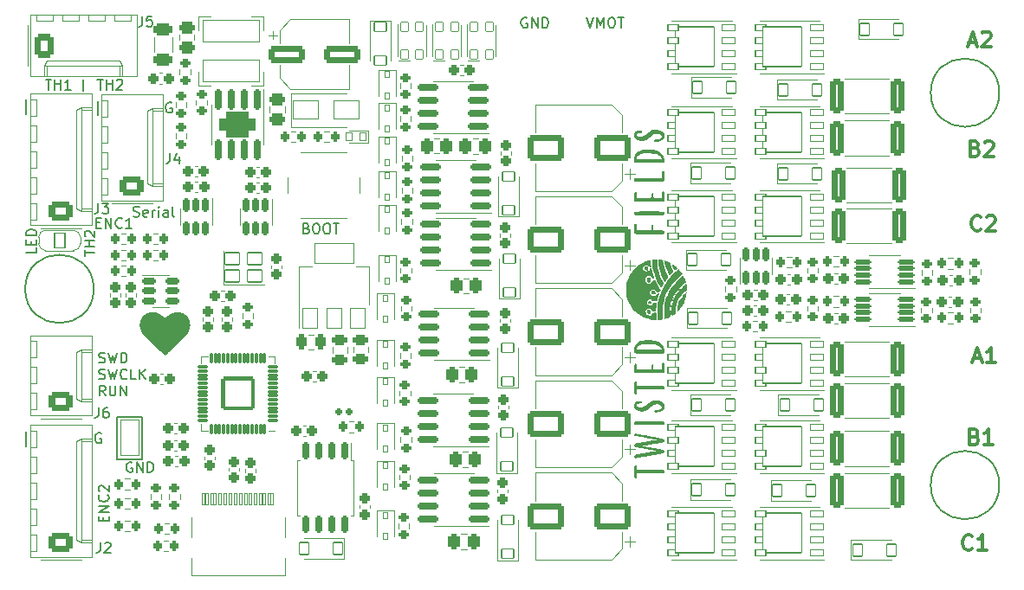
<source format=gto>
G04 #@! TF.GenerationSoftware,KiCad,Pcbnew,6.0.0-rc2*
G04 #@! TF.CreationDate,2022-06-25T16:15:40-07:00*
G04 #@! TF.ProjectId,RP2040_motor-rounded,52503230-3430-45f6-9d6f-746f722d726f,REV1*
G04 #@! TF.SameCoordinates,Original*
G04 #@! TF.FileFunction,Legend,Top*
G04 #@! TF.FilePolarity,Positive*
%FSLAX46Y46*%
G04 Gerber Fmt 4.6, Leading zero omitted, Abs format (unit mm)*
G04 Created by KiCad (PCBNEW 6.0.0-rc2) date 2022-06-25 16:15:40*
%MOMM*%
%LPD*%
G01*
G04 APERTURE LIST*
G04 Aperture macros list*
%AMRoundRect*
0 Rectangle with rounded corners*
0 $1 Rounding radius*
0 $2 $3 $4 $5 $6 $7 $8 $9 X,Y pos of 4 corners*
0 Add a 4 corners polygon primitive as box body*
4,1,4,$2,$3,$4,$5,$6,$7,$8,$9,$2,$3,0*
0 Add four circle primitives for the rounded corners*
1,1,$1+$1,$2,$3*
1,1,$1+$1,$4,$5*
1,1,$1+$1,$6,$7*
1,1,$1+$1,$8,$9*
0 Add four rect primitives between the rounded corners*
20,1,$1+$1,$2,$3,$4,$5,0*
20,1,$1+$1,$4,$5,$6,$7,0*
20,1,$1+$1,$6,$7,$8,$9,0*
20,1,$1+$1,$8,$9,$2,$3,0*%
%AMFreePoly0*
4,1,37,0.586062,0.786062,0.601000,0.750000,0.601000,-0.750000,0.586062,-0.786062,0.550000,-0.801000,0.000000,-0.801000,-0.012525,-0.795812,-0.080875,-0.794559,-0.095149,-0.792248,-0.230464,-0.749973,-0.243516,-0.743747,-0.361526,-0.665192,-0.372306,-0.655554,-0.463526,-0.547035,-0.471167,-0.534759,-0.528262,-0.405000,-0.532150,-0.391073,-0.549733,-0.256613,-0.548336,-0.256430,-0.551000,-0.250000,
-0.551000,0.250000,-0.550512,0.251179,-0.550356,0.263956,-0.528545,0.404033,-0.524317,0.417860,-0.464069,0.546185,-0.456130,0.558271,-0.362286,0.664529,-0.351274,0.673901,-0.231379,0.749549,-0.218180,0.755454,-0.081873,0.794411,-0.067546,0.796373,-0.011990,0.796033,0.000000,0.801000,0.550000,0.801000,0.586062,0.786062,0.586062,0.786062,$1*%
%AMFreePoly1*
4,1,37,0.012349,0.795885,0.074216,0.795507,0.088518,0.793370,0.224339,0.752751,0.237465,0.746685,0.356427,0.669578,0.367324,0.660073,0.459862,0.552676,0.467652,0.540494,0.526329,0.411442,0.530388,0.397563,0.550485,0.257230,0.551000,0.250000,0.551000,-0.250000,0.550996,-0.250622,0.550847,-0.262838,0.550144,-0.270677,0.526624,-0.410478,0.522228,-0.424254,0.460416,-0.551833,
0.452330,-0.563821,0.357195,-0.668925,0.346069,-0.678161,0.225259,-0.752338,0.211989,-0.758081,0.075216,-0.795370,0.060866,-0.797157,0.011464,-0.796251,0.000000,-0.801000,-0.550000,-0.801000,-0.586062,-0.786062,-0.601000,-0.750000,-0.601000,0.750000,-0.586062,0.786062,-0.550000,0.801000,0.000000,0.801000,0.012349,0.795885,0.012349,0.795885,$1*%
G04 Aperture macros list end*
%ADD10C,0.200000*%
%ADD11C,0.300000*%
%ADD12C,0.150000*%
%ADD13C,0.120000*%
%ADD14RoundRect,0.294750X0.243750X0.456250X-0.243750X0.456250X-0.243750X-0.456250X0.243750X-0.456250X0*%
%ADD15RoundRect,0.276000X0.225000X0.250000X-0.225000X0.250000X-0.225000X-0.250000X0.225000X-0.250000X0*%
%ADD16RoundRect,0.276000X-0.250000X0.225000X-0.250000X-0.225000X0.250000X-0.225000X0.250000X0.225000X0*%
%ADD17RoundRect,0.276000X-0.225000X-0.250000X0.225000X-0.250000X0.225000X0.250000X-0.225000X0.250000X0*%
%ADD18RoundRect,0.276000X0.250000X-0.225000X0.250000X0.225000X-0.250000X0.225000X-0.250000X-0.225000X0*%
%ADD19RoundRect,0.198500X0.147500X0.172500X-0.147500X0.172500X-0.147500X-0.172500X0.147500X-0.172500X0*%
%ADD20RoundRect,0.051000X0.750000X-1.000000X0.750000X1.000000X-0.750000X1.000000X-0.750000X-1.000000X0*%
%ADD21RoundRect,0.051000X1.900000X-1.000000X1.900000X1.000000X-1.900000X1.000000X-1.900000X-1.000000X0*%
%ADD22RoundRect,0.201000X-0.150000X0.650000X-0.150000X-0.650000X0.150000X-0.650000X0.150000X0.650000X0*%
%ADD23RoundRect,0.251000X-0.200000X-0.275000X0.200000X-0.275000X0.200000X0.275000X-0.200000X0.275000X0*%
%ADD24RoundRect,0.251000X0.275000X-0.200000X0.275000X0.200000X-0.275000X0.200000X-0.275000X-0.200000X0*%
%ADD25RoundRect,0.294750X-0.456250X0.243750X-0.456250X-0.243750X0.456250X-0.243750X0.456250X0.243750X0*%
%ADD26RoundRect,0.101000X0.387500X0.050000X-0.387500X0.050000X-0.387500X-0.050000X0.387500X-0.050000X0*%
%ADD27RoundRect,0.101000X0.050000X0.387500X-0.050000X0.387500X-0.050000X-0.387500X0.050000X-0.387500X0*%
%ADD28RoundRect,0.195000X1.456000X1.456000X-1.456000X1.456000X-1.456000X-1.456000X1.456000X-1.456000X0*%
%ADD29RoundRect,0.301000X-0.250000X-0.475000X0.250000X-0.475000X0.250000X0.475000X-0.250000X0.475000X0*%
%ADD30C,4.002000*%
%ADD31RoundRect,0.301000X0.845000X-0.620000X0.845000X0.620000X-0.845000X0.620000X-0.845000X-0.620000X0*%
%ADD32O,2.292000X1.842000*%
%ADD33RoundRect,0.201000X-0.150000X0.825000X-0.150000X-0.825000X0.150000X-0.825000X0.150000X0.825000X0*%
%ADD34RoundRect,0.676000X-1.075000X0.625000X-1.075000X-0.625000X1.075000X-0.625000X1.075000X0.625000X0*%
%ADD35RoundRect,0.051000X0.600000X-0.450000X0.600000X0.450000X-0.600000X0.450000X-0.600000X-0.450000X0*%
%ADD36RoundRect,0.301000X1.500000X1.000000X-1.500000X1.000000X-1.500000X-1.000000X1.500000X-1.000000X0*%
%ADD37RoundRect,0.251000X-0.275000X0.200000X-0.275000X-0.200000X0.275000X-0.200000X0.275000X0.200000X0*%
%ADD38RoundRect,0.301000X-1.500000X-0.550000X1.500000X-0.550000X1.500000X0.550000X-1.500000X0.550000X0*%
%ADD39RoundRect,0.051000X-0.300000X-0.350000X0.300000X-0.350000X0.300000X0.350000X-0.300000X0.350000X0*%
%ADD40C,2.102000*%
%ADD41RoundRect,0.301000X0.362500X1.425000X-0.362500X1.425000X-0.362500X-1.425000X0.362500X-1.425000X0*%
%ADD42RoundRect,0.251000X0.200000X0.275000X-0.200000X0.275000X-0.200000X-0.275000X0.200000X-0.275000X0*%
%ADD43RoundRect,0.051000X0.635000X0.305000X-0.635000X0.305000X-0.635000X-0.305000X0.635000X-0.305000X0*%
%ADD44RoundRect,0.051000X0.510000X0.305000X-0.510000X0.305000X-0.510000X-0.305000X0.510000X-0.305000X0*%
%ADD45RoundRect,0.051000X1.905000X1.955000X-1.905000X1.955000X-1.905000X-1.955000X1.905000X-1.955000X0*%
%ADD46RoundRect,0.051000X-0.450000X-0.600000X0.450000X-0.600000X0.450000X0.600000X-0.450000X0.600000X0*%
%ADD47RoundRect,0.051000X-1.250000X-0.900000X1.250000X-0.900000X1.250000X0.900000X-1.250000X0.900000X0*%
%ADD48C,4.102000*%
%ADD49RoundRect,0.201000X0.825000X0.150000X-0.825000X0.150000X-0.825000X-0.150000X0.825000X-0.150000X0*%
%ADD50RoundRect,0.201000X-0.150000X0.512500X-0.150000X-0.512500X0.150000X-0.512500X0.150000X0.512500X0*%
%ADD51C,6.102000*%
%ADD52RoundRect,0.301000X-0.475000X0.250000X-0.475000X-0.250000X0.475000X-0.250000X0.475000X0.250000X0*%
%ADD53RoundRect,0.051000X-0.225000X0.300000X-0.225000X-0.300000X0.225000X-0.300000X0.225000X0.300000X0*%
%ADD54RoundRect,0.051000X2.750000X-1.075000X2.750000X1.075000X-2.750000X1.075000X-2.750000X-1.075000X0*%
%ADD55RoundRect,0.301000X-0.620000X-0.845000X0.620000X-0.845000X0.620000X0.845000X-0.620000X0.845000X0*%
%ADD56O,1.842000X2.292000*%
%ADD57RoundRect,0.051000X-0.600000X0.450000X-0.600000X-0.450000X0.600000X-0.450000X0.600000X0.450000X0*%
%ADD58RoundRect,0.051000X0.375000X-0.450000X0.375000X0.450000X-0.375000X0.450000X-0.375000X-0.450000X0*%
%ADD59RoundRect,0.301000X0.250000X0.475000X-0.250000X0.475000X-0.250000X-0.475000X0.250000X-0.475000X0*%
%ADD60RoundRect,0.051000X0.450000X0.600000X-0.450000X0.600000X-0.450000X-0.600000X0.450000X-0.600000X0*%
%ADD61RoundRect,0.151000X0.712500X0.100000X-0.712500X0.100000X-0.712500X-0.100000X0.712500X-0.100000X0*%
%ADD62RoundRect,0.201000X0.150000X-0.512500X0.150000X0.512500X-0.150000X0.512500X-0.150000X-0.512500X0*%
%ADD63RoundRect,0.051000X-0.700000X-0.600000X0.700000X-0.600000X0.700000X0.600000X-0.700000X0.600000X0*%
%ADD64FreePoly0,0.000000*%
%ADD65RoundRect,0.051000X-0.500000X-0.750000X0.500000X-0.750000X0.500000X0.750000X-0.500000X0.750000X0*%
%ADD66FreePoly1,0.000000*%
%ADD67RoundRect,0.201000X-0.512500X-0.150000X0.512500X-0.150000X0.512500X0.150000X-0.512500X0.150000X0*%
%ADD68RoundRect,0.051000X0.890000X-1.715000X0.890000X1.715000X-0.890000X1.715000X-0.890000X-1.715000X0*%
%ADD69RoundRect,0.301000X0.625000X-0.312500X0.625000X0.312500X-0.625000X0.312500X-0.625000X-0.312500X0*%
%ADD70C,0.752000*%
%ADD71RoundRect,0.051000X-0.150000X-0.575000X0.150000X-0.575000X0.150000X0.575000X-0.150000X0.575000X0*%
%ADD72O,1.102000X2.202000*%
%ADD73O,1.102000X1.702000*%
G04 APERTURE END LIST*
D10*
X125490476Y-68452380D02*
X125823809Y-69452380D01*
X126157142Y-68452380D01*
X126490476Y-69452380D02*
X126490476Y-68452380D01*
X126823809Y-69166666D01*
X127157142Y-68452380D01*
X127157142Y-69452380D01*
X127823809Y-68452380D02*
X128014285Y-68452380D01*
X128109523Y-68500000D01*
X128204761Y-68595238D01*
X128252380Y-68785714D01*
X128252380Y-69119047D01*
X128204761Y-69309523D01*
X128109523Y-69404761D01*
X128014285Y-69452380D01*
X127823809Y-69452380D01*
X127728571Y-69404761D01*
X127633333Y-69309523D01*
X127585714Y-69119047D01*
X127585714Y-68785714D01*
X127633333Y-68595238D01*
X127728571Y-68500000D01*
X127823809Y-68452380D01*
X128538095Y-68452380D02*
X129109523Y-68452380D01*
X128823809Y-69452380D02*
X128823809Y-68452380D01*
X119638095Y-68500000D02*
X119542857Y-68452380D01*
X119400000Y-68452380D01*
X119257142Y-68500000D01*
X119161904Y-68595238D01*
X119114285Y-68690476D01*
X119066666Y-68880952D01*
X119066666Y-69023809D01*
X119114285Y-69214285D01*
X119161904Y-69309523D01*
X119257142Y-69404761D01*
X119400000Y-69452380D01*
X119495238Y-69452380D01*
X119638095Y-69404761D01*
X119685714Y-69357142D01*
X119685714Y-69023809D01*
X119495238Y-69023809D01*
X120114285Y-69452380D02*
X120114285Y-68452380D01*
X120685714Y-69452380D01*
X120685714Y-68452380D01*
X121161904Y-69452380D02*
X121161904Y-68452380D01*
X121400000Y-68452380D01*
X121542857Y-68500000D01*
X121638095Y-68595238D01*
X121685714Y-68690476D01*
X121733333Y-68880952D01*
X121733333Y-69023809D01*
X121685714Y-69214285D01*
X121638095Y-69309523D01*
X121542857Y-69404761D01*
X121400000Y-69452380D01*
X121161904Y-69452380D01*
X77700000Y-78025714D02*
X77700000Y-76597142D01*
X81173809Y-87904761D02*
X81316666Y-87952380D01*
X81554761Y-87952380D01*
X81650000Y-87904761D01*
X81697619Y-87857142D01*
X81745238Y-87761904D01*
X81745238Y-87666666D01*
X81697619Y-87571428D01*
X81650000Y-87523809D01*
X81554761Y-87476190D01*
X81364285Y-87428571D01*
X81269047Y-87380952D01*
X81221428Y-87333333D01*
X81173809Y-87238095D01*
X81173809Y-87142857D01*
X81221428Y-87047619D01*
X81269047Y-87000000D01*
X81364285Y-86952380D01*
X81602380Y-86952380D01*
X81745238Y-87000000D01*
X82554761Y-87904761D02*
X82459523Y-87952380D01*
X82269047Y-87952380D01*
X82173809Y-87904761D01*
X82126190Y-87809523D01*
X82126190Y-87428571D01*
X82173809Y-87333333D01*
X82269047Y-87285714D01*
X82459523Y-87285714D01*
X82554761Y-87333333D01*
X82602380Y-87428571D01*
X82602380Y-87523809D01*
X82126190Y-87619047D01*
X83030952Y-87952380D02*
X83030952Y-87285714D01*
X83030952Y-87476190D02*
X83078571Y-87380952D01*
X83126190Y-87333333D01*
X83221428Y-87285714D01*
X83316666Y-87285714D01*
X83650000Y-87952380D02*
X83650000Y-87285714D01*
X83650000Y-86952380D02*
X83602380Y-87000000D01*
X83650000Y-87047619D01*
X83697619Y-87000000D01*
X83650000Y-86952380D01*
X83650000Y-87047619D01*
X84554761Y-87952380D02*
X84554761Y-87428571D01*
X84507142Y-87333333D01*
X84411904Y-87285714D01*
X84221428Y-87285714D01*
X84126190Y-87333333D01*
X84554761Y-87904761D02*
X84459523Y-87952380D01*
X84221428Y-87952380D01*
X84126190Y-87904761D01*
X84078571Y-87809523D01*
X84078571Y-87714285D01*
X84126190Y-87619047D01*
X84221428Y-87571428D01*
X84459523Y-87571428D01*
X84554761Y-87523809D01*
X85173809Y-87952380D02*
X85078571Y-87904761D01*
X85030952Y-87809523D01*
X85030952Y-86952380D01*
D11*
X162828571Y-70900000D02*
X163542857Y-70900000D01*
X162685714Y-71328571D02*
X163185714Y-69828571D01*
X163685714Y-71328571D01*
X164114285Y-69971428D02*
X164185714Y-69900000D01*
X164328571Y-69828571D01*
X164685714Y-69828571D01*
X164828571Y-69900000D01*
X164900000Y-69971428D01*
X164971428Y-70114285D01*
X164971428Y-70257142D01*
X164900000Y-70471428D01*
X164042857Y-71328571D01*
X164971428Y-71328571D01*
D10*
X77820476Y-102194761D02*
X77963333Y-102242380D01*
X78201428Y-102242380D01*
X78296666Y-102194761D01*
X78344285Y-102147142D01*
X78391904Y-102051904D01*
X78391904Y-101956666D01*
X78344285Y-101861428D01*
X78296666Y-101813809D01*
X78201428Y-101766190D01*
X78010952Y-101718571D01*
X77915714Y-101670952D01*
X77868095Y-101623333D01*
X77820476Y-101528095D01*
X77820476Y-101432857D01*
X77868095Y-101337619D01*
X77915714Y-101290000D01*
X78010952Y-101242380D01*
X78249047Y-101242380D01*
X78391904Y-101290000D01*
X78725238Y-101242380D02*
X78963333Y-102242380D01*
X79153809Y-101528095D01*
X79344285Y-102242380D01*
X79582380Y-101242380D01*
X79963333Y-102242380D02*
X79963333Y-101242380D01*
X80201428Y-101242380D01*
X80344285Y-101290000D01*
X80439523Y-101385238D01*
X80487142Y-101480476D01*
X80534761Y-101670952D01*
X80534761Y-101813809D01*
X80487142Y-102004285D01*
X80439523Y-102099523D01*
X80344285Y-102194761D01*
X80201428Y-102242380D01*
X79963333Y-102242380D01*
X77820476Y-103804761D02*
X77963333Y-103852380D01*
X78201428Y-103852380D01*
X78296666Y-103804761D01*
X78344285Y-103757142D01*
X78391904Y-103661904D01*
X78391904Y-103566666D01*
X78344285Y-103471428D01*
X78296666Y-103423809D01*
X78201428Y-103376190D01*
X78010952Y-103328571D01*
X77915714Y-103280952D01*
X77868095Y-103233333D01*
X77820476Y-103138095D01*
X77820476Y-103042857D01*
X77868095Y-102947619D01*
X77915714Y-102900000D01*
X78010952Y-102852380D01*
X78249047Y-102852380D01*
X78391904Y-102900000D01*
X78725238Y-102852380D02*
X78963333Y-103852380D01*
X79153809Y-103138095D01*
X79344285Y-103852380D01*
X79582380Y-102852380D01*
X80534761Y-103757142D02*
X80487142Y-103804761D01*
X80344285Y-103852380D01*
X80249047Y-103852380D01*
X80106190Y-103804761D01*
X80010952Y-103709523D01*
X79963333Y-103614285D01*
X79915714Y-103423809D01*
X79915714Y-103280952D01*
X79963333Y-103090476D01*
X80010952Y-102995238D01*
X80106190Y-102900000D01*
X80249047Y-102852380D01*
X80344285Y-102852380D01*
X80487142Y-102900000D01*
X80534761Y-102947619D01*
X81439523Y-103852380D02*
X80963333Y-103852380D01*
X80963333Y-102852380D01*
X81772857Y-103852380D02*
X81772857Y-102852380D01*
X82344285Y-103852380D02*
X81915714Y-103280952D01*
X82344285Y-102852380D02*
X81772857Y-103423809D01*
X78439523Y-105462380D02*
X78106190Y-104986190D01*
X77868095Y-105462380D02*
X77868095Y-104462380D01*
X78249047Y-104462380D01*
X78344285Y-104510000D01*
X78391904Y-104557619D01*
X78439523Y-104652857D01*
X78439523Y-104795714D01*
X78391904Y-104890952D01*
X78344285Y-104938571D01*
X78249047Y-104986190D01*
X77868095Y-104986190D01*
X78868095Y-104462380D02*
X78868095Y-105271904D01*
X78915714Y-105367142D01*
X78963333Y-105414761D01*
X79058571Y-105462380D01*
X79249047Y-105462380D01*
X79344285Y-105414761D01*
X79391904Y-105367142D01*
X79439523Y-105271904D01*
X79439523Y-104462380D01*
X79915714Y-105462380D02*
X79915714Y-104462380D01*
X80487142Y-105462380D01*
X80487142Y-104462380D01*
X78243913Y-117716977D02*
X78243913Y-117383644D01*
X78767722Y-117240787D02*
X78767722Y-117716977D01*
X77767722Y-117716977D01*
X77767722Y-117240787D01*
X78767722Y-116812215D02*
X77767722Y-116812215D01*
X78767722Y-116240787D01*
X77767722Y-116240787D01*
X78672484Y-115193168D02*
X78720103Y-115240787D01*
X78767722Y-115383644D01*
X78767722Y-115478882D01*
X78720103Y-115621739D01*
X78624865Y-115716977D01*
X78529627Y-115764596D01*
X78339151Y-115812215D01*
X78196294Y-115812215D01*
X78005818Y-115764596D01*
X77910580Y-115716977D01*
X77815342Y-115621739D01*
X77767722Y-115478882D01*
X77767722Y-115383644D01*
X77815342Y-115240787D01*
X77862961Y-115193168D01*
X77862961Y-114812215D02*
X77815342Y-114764596D01*
X77767722Y-114669358D01*
X77767722Y-114431263D01*
X77815342Y-114336025D01*
X77862961Y-114288406D01*
X77958199Y-114240787D01*
X78053437Y-114240787D01*
X78196294Y-114288406D01*
X78767722Y-114859834D01*
X78767722Y-114240787D01*
D11*
X163150000Y-120435714D02*
X163078571Y-120507142D01*
X162864285Y-120578571D01*
X162721428Y-120578571D01*
X162507142Y-120507142D01*
X162364285Y-120364285D01*
X162292857Y-120221428D01*
X162221428Y-119935714D01*
X162221428Y-119721428D01*
X162292857Y-119435714D01*
X162364285Y-119292857D01*
X162507142Y-119150000D01*
X162721428Y-119078571D01*
X162864285Y-119078571D01*
X163078571Y-119150000D01*
X163150000Y-119221428D01*
X164578571Y-120578571D02*
X163721428Y-120578571D01*
X164150000Y-120578571D02*
X164150000Y-119078571D01*
X164007142Y-119292857D01*
X163864285Y-119435714D01*
X163721428Y-119507142D01*
D10*
X70700000Y-77885714D02*
X70700000Y-76457142D01*
D11*
X163278571Y-101800000D02*
X163992857Y-101800000D01*
X163135714Y-102228571D02*
X163635714Y-100728571D01*
X164135714Y-102228571D01*
X165421428Y-102228571D02*
X164564285Y-102228571D01*
X164992857Y-102228571D02*
X164992857Y-100728571D01*
X164850000Y-100942857D01*
X164707142Y-101085714D01*
X164564285Y-101157142D01*
D12*
X81038095Y-112000000D02*
X80942857Y-111952380D01*
X80800000Y-111952380D01*
X80657142Y-112000000D01*
X80561904Y-112095238D01*
X80514285Y-112190476D01*
X80466666Y-112380952D01*
X80466666Y-112523809D01*
X80514285Y-112714285D01*
X80561904Y-112809523D01*
X80657142Y-112904761D01*
X80800000Y-112952380D01*
X80895238Y-112952380D01*
X81038095Y-112904761D01*
X81085714Y-112857142D01*
X81085714Y-112523809D01*
X80895238Y-112523809D01*
X81514285Y-112952380D02*
X81514285Y-111952380D01*
X82085714Y-112952380D01*
X82085714Y-111952380D01*
X82561904Y-112952380D02*
X82561904Y-111952380D01*
X82800000Y-111952380D01*
X82942857Y-112000000D01*
X83038095Y-112095238D01*
X83085714Y-112190476D01*
X83133333Y-112380952D01*
X83133333Y-112523809D01*
X83085714Y-112714285D01*
X83038095Y-112809523D01*
X82942857Y-112904761D01*
X82800000Y-112952380D01*
X82561904Y-112952380D01*
D10*
X77535714Y-88528571D02*
X77869047Y-88528571D01*
X78011904Y-89052380D02*
X77535714Y-89052380D01*
X77535714Y-88052380D01*
X78011904Y-88052380D01*
X78440476Y-89052380D02*
X78440476Y-88052380D01*
X79011904Y-89052380D01*
X79011904Y-88052380D01*
X80059523Y-88957142D02*
X80011904Y-89004761D01*
X79869047Y-89052380D01*
X79773809Y-89052380D01*
X79630952Y-89004761D01*
X79535714Y-88909523D01*
X79488095Y-88814285D01*
X79440476Y-88623809D01*
X79440476Y-88480952D01*
X79488095Y-88290476D01*
X79535714Y-88195238D01*
X79630952Y-88100000D01*
X79773809Y-88052380D01*
X79869047Y-88052380D01*
X80011904Y-88100000D01*
X80059523Y-88147619D01*
X81011904Y-89052380D02*
X80440476Y-89052380D01*
X80726190Y-89052380D02*
X80726190Y-88052380D01*
X80630952Y-88195238D01*
X80535714Y-88290476D01*
X80440476Y-88338095D01*
X78011904Y-109150000D02*
X77916666Y-109102380D01*
X77773809Y-109102380D01*
X77630952Y-109150000D01*
X77535714Y-109245238D01*
X77488095Y-109340476D01*
X77440476Y-109530952D01*
X77440476Y-109673809D01*
X77488095Y-109864285D01*
X77535714Y-109959523D01*
X77630952Y-110054761D01*
X77773809Y-110102380D01*
X77869047Y-110102380D01*
X78011904Y-110054761D01*
X78059523Y-110007142D01*
X78059523Y-109673809D01*
X77869047Y-109673809D01*
D11*
X164000000Y-89185714D02*
X163928571Y-89257142D01*
X163714285Y-89328571D01*
X163571428Y-89328571D01*
X163357142Y-89257142D01*
X163214285Y-89114285D01*
X163142857Y-88971428D01*
X163071428Y-88685714D01*
X163071428Y-88471428D01*
X163142857Y-88185714D01*
X163214285Y-88042857D01*
X163357142Y-87900000D01*
X163571428Y-87828571D01*
X163714285Y-87828571D01*
X163928571Y-87900000D01*
X164000000Y-87971428D01*
X164571428Y-87971428D02*
X164642857Y-87900000D01*
X164785714Y-87828571D01*
X165142857Y-87828571D01*
X165285714Y-87900000D01*
X165357142Y-87971428D01*
X165428571Y-88114285D01*
X165428571Y-88257142D01*
X165357142Y-88471428D01*
X164500000Y-89328571D01*
X165428571Y-89328571D01*
D10*
X84911904Y-76800000D02*
X84816666Y-76752380D01*
X84673809Y-76752380D01*
X84530952Y-76800000D01*
X84435714Y-76895238D01*
X84388095Y-76990476D01*
X84340476Y-77180952D01*
X84340476Y-77323809D01*
X84388095Y-77514285D01*
X84435714Y-77609523D01*
X84530952Y-77704761D01*
X84673809Y-77752380D01*
X84769047Y-77752380D01*
X84911904Y-77704761D01*
X84959523Y-77657142D01*
X84959523Y-77323809D01*
X84769047Y-77323809D01*
D11*
X163442857Y-81242857D02*
X163657142Y-81314285D01*
X163728571Y-81385714D01*
X163800000Y-81528571D01*
X163800000Y-81742857D01*
X163728571Y-81885714D01*
X163657142Y-81957142D01*
X163514285Y-82028571D01*
X162942857Y-82028571D01*
X162942857Y-80528571D01*
X163442857Y-80528571D01*
X163585714Y-80600000D01*
X163657142Y-80671428D01*
X163728571Y-80814285D01*
X163728571Y-80957142D01*
X163657142Y-81100000D01*
X163585714Y-81171428D01*
X163442857Y-81242857D01*
X162942857Y-81242857D01*
X164371428Y-80671428D02*
X164442857Y-80600000D01*
X164585714Y-80528571D01*
X164942857Y-80528571D01*
X165085714Y-80600000D01*
X165157142Y-80671428D01*
X165228571Y-80814285D01*
X165228571Y-80957142D01*
X165157142Y-81171428D01*
X164300000Y-82028571D01*
X165228571Y-82028571D01*
D10*
X70700000Y-110385714D02*
X70700000Y-108957142D01*
X98092857Y-89078571D02*
X98235714Y-89126190D01*
X98283333Y-89173809D01*
X98330952Y-89269047D01*
X98330952Y-89411904D01*
X98283333Y-89507142D01*
X98235714Y-89554761D01*
X98140476Y-89602380D01*
X97759523Y-89602380D01*
X97759523Y-88602380D01*
X98092857Y-88602380D01*
X98188095Y-88650000D01*
X98235714Y-88697619D01*
X98283333Y-88792857D01*
X98283333Y-88888095D01*
X98235714Y-88983333D01*
X98188095Y-89030952D01*
X98092857Y-89078571D01*
X97759523Y-89078571D01*
X98950000Y-88602380D02*
X99140476Y-88602380D01*
X99235714Y-88650000D01*
X99330952Y-88745238D01*
X99378571Y-88935714D01*
X99378571Y-89269047D01*
X99330952Y-89459523D01*
X99235714Y-89554761D01*
X99140476Y-89602380D01*
X98950000Y-89602380D01*
X98854761Y-89554761D01*
X98759523Y-89459523D01*
X98711904Y-89269047D01*
X98711904Y-88935714D01*
X98759523Y-88745238D01*
X98854761Y-88650000D01*
X98950000Y-88602380D01*
X99997619Y-88602380D02*
X100188095Y-88602380D01*
X100283333Y-88650000D01*
X100378571Y-88745238D01*
X100426190Y-88935714D01*
X100426190Y-89269047D01*
X100378571Y-89459523D01*
X100283333Y-89554761D01*
X100188095Y-89602380D01*
X99997619Y-89602380D01*
X99902380Y-89554761D01*
X99807142Y-89459523D01*
X99759523Y-89269047D01*
X99759523Y-88935714D01*
X99807142Y-88745238D01*
X99902380Y-88650000D01*
X99997619Y-88602380D01*
X100711904Y-88602380D02*
X101283333Y-88602380D01*
X100997619Y-89602380D02*
X100997619Y-88602380D01*
D11*
X163392857Y-109442857D02*
X163607142Y-109514285D01*
X163678571Y-109585714D01*
X163750000Y-109728571D01*
X163750000Y-109942857D01*
X163678571Y-110085714D01*
X163607142Y-110157142D01*
X163464285Y-110228571D01*
X162892857Y-110228571D01*
X162892857Y-108728571D01*
X163392857Y-108728571D01*
X163535714Y-108800000D01*
X163607142Y-108871428D01*
X163678571Y-109014285D01*
X163678571Y-109157142D01*
X163607142Y-109300000D01*
X163535714Y-109371428D01*
X163392857Y-109442857D01*
X162892857Y-109442857D01*
X165178571Y-110228571D02*
X164321428Y-110228571D01*
X164750000Y-110228571D02*
X164750000Y-108728571D01*
X164607142Y-108942857D01*
X164464285Y-109085714D01*
X164321428Y-109157142D01*
D10*
X76300000Y-75628571D02*
X76300000Y-74485714D01*
X72590476Y-74502380D02*
X73161904Y-74502380D01*
X72876190Y-75502380D02*
X72876190Y-74502380D01*
X73495238Y-75502380D02*
X73495238Y-74502380D01*
X73495238Y-74978571D02*
X74066666Y-74978571D01*
X74066666Y-75502380D02*
X74066666Y-74502380D01*
X75066666Y-75502380D02*
X74495238Y-75502380D01*
X74780952Y-75502380D02*
X74780952Y-74502380D01*
X74685714Y-74645238D01*
X74590476Y-74740476D01*
X74495238Y-74788095D01*
X77638095Y-74502380D02*
X78209523Y-74502380D01*
X77923809Y-75502380D02*
X77923809Y-74502380D01*
X78542857Y-75502380D02*
X78542857Y-74502380D01*
X78542857Y-74978571D02*
X79114285Y-74978571D01*
X79114285Y-75502380D02*
X79114285Y-74502380D01*
X79542857Y-74597619D02*
X79590476Y-74550000D01*
X79685714Y-74502380D01*
X79923809Y-74502380D01*
X80019047Y-74550000D01*
X80066666Y-74597619D01*
X80114285Y-74692857D01*
X80114285Y-74788095D01*
X80066666Y-74930952D01*
X79495238Y-75502380D01*
X80114285Y-75502380D01*
D12*
X84736666Y-81732380D02*
X84736666Y-82446666D01*
X84689047Y-82589523D01*
X84593809Y-82684761D01*
X84450952Y-82732380D01*
X84355714Y-82732380D01*
X85641428Y-82065714D02*
X85641428Y-82732380D01*
X85403333Y-81684761D02*
X85165238Y-82399047D01*
X85784285Y-82399047D01*
X82046666Y-68322380D02*
X82046666Y-69036666D01*
X81999047Y-69179523D01*
X81903809Y-69274761D01*
X81760952Y-69322380D01*
X81665714Y-69322380D01*
X82999047Y-68322380D02*
X82522857Y-68322380D01*
X82475238Y-68798571D01*
X82522857Y-68750952D01*
X82618095Y-68703333D01*
X82856190Y-68703333D01*
X82951428Y-68750952D01*
X82999047Y-68798571D01*
X83046666Y-68893809D01*
X83046666Y-69131904D01*
X82999047Y-69227142D01*
X82951428Y-69274761D01*
X82856190Y-69322380D01*
X82618095Y-69322380D01*
X82522857Y-69274761D01*
X82475238Y-69227142D01*
X77736666Y-86622380D02*
X77736666Y-87336666D01*
X77689047Y-87479523D01*
X77593809Y-87574761D01*
X77450952Y-87622380D01*
X77355714Y-87622380D01*
X78117619Y-86622380D02*
X78736666Y-86622380D01*
X78403333Y-87003333D01*
X78546190Y-87003333D01*
X78641428Y-87050952D01*
X78689047Y-87098571D01*
X78736666Y-87193809D01*
X78736666Y-87431904D01*
X78689047Y-87527142D01*
X78641428Y-87574761D01*
X78546190Y-87622380D01*
X78260476Y-87622380D01*
X78165238Y-87574761D01*
X78117619Y-87527142D01*
X77776666Y-106622380D02*
X77776666Y-107336666D01*
X77729047Y-107479523D01*
X77633809Y-107574761D01*
X77490952Y-107622380D01*
X77395714Y-107622380D01*
X78681428Y-106622380D02*
X78490952Y-106622380D01*
X78395714Y-106670000D01*
X78348095Y-106717619D01*
X78252857Y-106860476D01*
X78205238Y-107050952D01*
X78205238Y-107431904D01*
X78252857Y-107527142D01*
X78300476Y-107574761D01*
X78395714Y-107622380D01*
X78586190Y-107622380D01*
X78681428Y-107574761D01*
X78729047Y-107527142D01*
X78776666Y-107431904D01*
X78776666Y-107193809D01*
X78729047Y-107098571D01*
X78681428Y-107050952D01*
X78586190Y-107003333D01*
X78395714Y-107003333D01*
X78300476Y-107050952D01*
X78252857Y-107098571D01*
X78205238Y-107193809D01*
X76402380Y-91775714D02*
X76402380Y-91204285D01*
X77402380Y-91490000D02*
X76402380Y-91490000D01*
X77402380Y-90870952D02*
X76402380Y-90870952D01*
X76878571Y-90870952D02*
X76878571Y-90299523D01*
X77402380Y-90299523D02*
X76402380Y-90299523D01*
X76497619Y-89870952D02*
X76450000Y-89823333D01*
X76402380Y-89728095D01*
X76402380Y-89490000D01*
X76450000Y-89394761D01*
X76497619Y-89347142D01*
X76592857Y-89299523D01*
X76688095Y-89299523D01*
X76830952Y-89347142D01*
X77402380Y-89918571D01*
X77402380Y-89299523D01*
X71702380Y-90982857D02*
X71702380Y-91459047D01*
X70702380Y-91459047D01*
X71178571Y-90649523D02*
X71178571Y-90316190D01*
X71702380Y-90173333D02*
X71702380Y-90649523D01*
X70702380Y-90649523D01*
X70702380Y-90173333D01*
X71702380Y-89744761D02*
X70702380Y-89744761D01*
X70702380Y-89506666D01*
X70750000Y-89363809D01*
X70845238Y-89268571D01*
X70940476Y-89220952D01*
X71130952Y-89173333D01*
X71273809Y-89173333D01*
X71464285Y-89220952D01*
X71559523Y-89268571D01*
X71654761Y-89363809D01*
X71702380Y-89506666D01*
X71702380Y-89744761D01*
X77946666Y-119832380D02*
X77946666Y-120546666D01*
X77899047Y-120689523D01*
X77803809Y-120784761D01*
X77660952Y-120832380D01*
X77565714Y-120832380D01*
X78375238Y-119927619D02*
X78422857Y-119880000D01*
X78518095Y-119832380D01*
X78756190Y-119832380D01*
X78851428Y-119880000D01*
X78899047Y-119927619D01*
X78946666Y-120022857D01*
X78946666Y-120118095D01*
X78899047Y-120260952D01*
X78327619Y-120832380D01*
X78946666Y-120832380D01*
D13*
X98773578Y-100910000D02*
X98256422Y-100910000D01*
X98773578Y-99490000D02*
X98256422Y-99490000D01*
X85505580Y-111380000D02*
X85224420Y-111380000D01*
X85505580Y-112400000D02*
X85224420Y-112400000D01*
X88080000Y-111394420D02*
X88080000Y-111675580D01*
X89100000Y-111394420D02*
X89100000Y-111675580D01*
X98734420Y-103040000D02*
X99015580Y-103040000D01*
X98734420Y-104060000D02*
X99015580Y-104060000D01*
X103260000Y-116435580D02*
X103260000Y-116154420D01*
X104280000Y-116435580D02*
X104280000Y-116154420D01*
X104200000Y-92790000D02*
X102940000Y-92790000D01*
X97380000Y-98800000D02*
X97380000Y-92790000D01*
X97380000Y-92790000D02*
X98640000Y-92790000D01*
X104200000Y-96550000D02*
X104200000Y-92790000D01*
X102390000Y-111735000D02*
X102390000Y-110060000D01*
X97200000Y-114460000D02*
X97200000Y-111735000D01*
X102650000Y-114460000D02*
X102650000Y-111735000D01*
X97200000Y-111735000D02*
X97460000Y-111735000D01*
X102650000Y-114460000D02*
X102650000Y-117185000D01*
X102650000Y-111735000D02*
X102390000Y-111735000D01*
X102650000Y-117185000D02*
X102390000Y-117185000D01*
X97200000Y-117185000D02*
X97460000Y-117185000D01*
X97200000Y-114460000D02*
X97200000Y-117185000D01*
X90045580Y-96160000D02*
X89764420Y-96160000D01*
X90045580Y-95140000D02*
X89764420Y-95140000D01*
X102247742Y-109032500D02*
X102722258Y-109032500D01*
X102247742Y-107987500D02*
X102722258Y-107987500D01*
X91550000Y-112544420D02*
X91550000Y-112825580D01*
X90530000Y-112544420D02*
X90530000Y-112825580D01*
X84095580Y-103290000D02*
X83814420Y-103290000D01*
X84095580Y-104310000D02*
X83814420Y-104310000D01*
X90869000Y-98105580D02*
X90869000Y-97824420D01*
X89849000Y-98105580D02*
X89849000Y-97824420D01*
X84667500Y-115572258D02*
X84667500Y-115097742D01*
X85712500Y-115572258D02*
X85712500Y-115097742D01*
X87930000Y-98105580D02*
X87930000Y-97824420D01*
X88950000Y-98105580D02*
X88950000Y-97824420D01*
X102690000Y-100688922D02*
X102690000Y-101206078D01*
X104110000Y-100688922D02*
X104110000Y-101206078D01*
X97734420Y-108390000D02*
X98015580Y-108390000D01*
X97734420Y-109410000D02*
X98015580Y-109410000D01*
X85445580Y-110810000D02*
X85164420Y-110810000D01*
X85445580Y-109790000D02*
X85164420Y-109790000D01*
X87780000Y-101640000D02*
X87780000Y-102290000D01*
X94350000Y-101640000D02*
X95000000Y-101640000D01*
X94350000Y-108860000D02*
X95000000Y-108860000D01*
X88430000Y-101640000D02*
X87780000Y-101640000D01*
X87780000Y-108860000D02*
X87780000Y-108210000D01*
X88430000Y-108860000D02*
X87780000Y-108860000D01*
X95000000Y-101640000D02*
X95000000Y-102290000D01*
X94640000Y-92965580D02*
X94640000Y-92684420D01*
X95660000Y-92965580D02*
X95660000Y-92684420D01*
X83912500Y-115572258D02*
X83912500Y-115097742D01*
X82867500Y-115572258D02*
X82867500Y-115097742D01*
X93150000Y-112644420D02*
X93150000Y-112925580D01*
X92130000Y-112644420D02*
X92130000Y-112925580D01*
X85445580Y-109160000D02*
X85164420Y-109160000D01*
X85445580Y-108140000D02*
X85164420Y-108140000D01*
X92862500Y-97872258D02*
X92862500Y-97397742D01*
X91817500Y-97872258D02*
X91817500Y-97397742D01*
X102060000Y-100716422D02*
X102060000Y-101233578D01*
X100640000Y-100716422D02*
X100640000Y-101233578D01*
X113399680Y-74130000D02*
X113118520Y-74130000D01*
X113399680Y-73110000D02*
X113118520Y-73110000D01*
X113029648Y-104115000D02*
X113552152Y-104115000D01*
X113029648Y-102645000D02*
X113552152Y-102645000D01*
X87450580Y-85550000D02*
X87169420Y-85550000D01*
X87450580Y-84530000D02*
X87169420Y-84530000D01*
D12*
X77300000Y-95000000D02*
G75*
G03*
X77300000Y-95000000I-3350000J0D01*
G01*
D13*
X78020000Y-78140000D02*
X78620000Y-78140000D01*
X78620000Y-79080000D02*
X78020000Y-79080000D01*
X78020000Y-75960000D02*
X78020000Y-86340000D01*
X78620000Y-80680000D02*
X78620000Y-79080000D01*
X78620000Y-85760000D02*
X78620000Y-84160000D01*
X78620000Y-84160000D02*
X78020000Y-84160000D01*
X78620000Y-83220000D02*
X78620000Y-81620000D01*
X79050000Y-86630000D02*
X83050000Y-86630000D01*
X78020000Y-80680000D02*
X78620000Y-80680000D01*
X82510000Y-84710000D02*
X82510000Y-77590000D01*
X78620000Y-78140000D02*
X78620000Y-76540000D01*
X84040000Y-84960000D02*
X83040000Y-84960000D01*
X78620000Y-76540000D02*
X78020000Y-76540000D01*
X83040000Y-84960000D02*
X82510000Y-84710000D01*
X83040000Y-77340000D02*
X84040000Y-77340000D01*
X84040000Y-84710000D02*
X83040000Y-84710000D01*
X84040000Y-86340000D02*
X84040000Y-75960000D01*
X78020000Y-85760000D02*
X78620000Y-85760000D01*
X83040000Y-84960000D02*
X83040000Y-77340000D01*
X78620000Y-81620000D02*
X78020000Y-81620000D01*
X82510000Y-77590000D02*
X83040000Y-77340000D01*
X78020000Y-86340000D02*
X84040000Y-86340000D01*
X84040000Y-77590000D02*
X83040000Y-77590000D01*
X84040000Y-75960000D02*
X78020000Y-75960000D01*
X78020000Y-83220000D02*
X78620000Y-83220000D01*
X93910000Y-78900000D02*
X93910000Y-80850000D01*
X93910000Y-78900000D02*
X93910000Y-75450000D01*
X88790000Y-78900000D02*
X88790000Y-76950000D01*
X88790000Y-78900000D02*
X88790000Y-80850000D01*
X116750000Y-104650000D02*
X116750000Y-100750000D01*
X118750000Y-104650000D02*
X118750000Y-100750000D01*
X116750000Y-104650000D02*
X118750000Y-104650000D01*
X128970000Y-120445563D02*
X128970000Y-118760000D01*
X120450000Y-112990000D02*
X120450000Y-115740000D01*
X128970000Y-114054437D02*
X128970000Y-115740000D01*
X127905563Y-121510000D02*
X120450000Y-121510000D01*
X120450000Y-121510000D02*
X120450000Y-118760000D01*
X130210000Y-119760000D02*
X129210000Y-119760000D01*
X128970000Y-120445563D02*
X127905563Y-121510000D01*
X127905563Y-112990000D02*
X120450000Y-112990000D01*
X129710000Y-120260000D02*
X129710000Y-119260000D01*
X128970000Y-114054437D02*
X127905563Y-112990000D01*
X107177500Y-113187742D02*
X107177500Y-113662258D01*
X108222500Y-113187742D02*
X108222500Y-113662258D01*
X96519437Y-75430000D02*
X102275000Y-75430000D01*
X94427500Y-70172500D02*
X95215000Y-70172500D01*
X95455000Y-69674437D02*
X95455000Y-70960000D01*
X96519437Y-68610000D02*
X102275000Y-68610000D01*
X95455000Y-69674437D02*
X96519437Y-68610000D01*
X94821250Y-69778750D02*
X94821250Y-70566250D01*
X102275000Y-68610000D02*
X102275000Y-70960000D01*
X95455000Y-74365563D02*
X95455000Y-73080000D01*
X95455000Y-74365563D02*
X96519437Y-75430000D01*
X102275000Y-75430000D02*
X102275000Y-73080000D01*
X102250000Y-79500000D02*
X104100000Y-79500000D01*
X102250000Y-80700000D02*
X104100000Y-80700000D01*
X104100000Y-80700000D02*
X104100000Y-79500000D01*
X139027500Y-94762742D02*
X139027500Y-95237258D01*
X140072500Y-94762742D02*
X140072500Y-95237258D01*
X96250000Y-84100000D02*
X96250000Y-85600000D01*
X97500000Y-88100000D02*
X102000000Y-88100000D01*
X103250000Y-85600000D02*
X103250000Y-84100000D01*
X102000000Y-81600000D02*
X97500000Y-81600000D01*
X155037064Y-113030000D02*
X150682936Y-113030000D01*
X155037064Y-116450000D02*
X150682936Y-116450000D01*
X149990580Y-97390000D02*
X149709420Y-97390000D01*
X149990580Y-98410000D02*
X149709420Y-98410000D01*
X142090580Y-97610000D02*
X141809420Y-97610000D01*
X142090580Y-96590000D02*
X141809420Y-96590000D01*
X150077258Y-91787500D02*
X149602742Y-91787500D01*
X150077258Y-92832500D02*
X149602742Y-92832500D01*
X148245000Y-116330000D02*
X142355000Y-116330000D01*
X148700000Y-121470000D02*
X142355000Y-121470000D01*
X162897500Y-93082742D02*
X162897500Y-93557258D01*
X163942500Y-93082742D02*
X163942500Y-93557258D01*
X80440000Y-95459420D02*
X80440000Y-95740580D01*
X81460000Y-95459420D02*
X81460000Y-95740580D01*
X155237064Y-83150000D02*
X150882936Y-83150000D01*
X155237064Y-86570000D02*
X150882936Y-86570000D01*
X80437258Y-89577500D02*
X79962742Y-89577500D01*
X80437258Y-90622500D02*
X79962742Y-90622500D01*
X162946600Y-97302258D02*
X162946600Y-96827742D01*
X163991600Y-97302258D02*
X163991600Y-96827742D01*
X118080000Y-81560320D02*
X118080000Y-81841480D01*
X117060000Y-81560320D02*
X117060000Y-81841480D01*
X152010000Y-68570000D02*
X155910000Y-68570000D01*
X152010000Y-68570000D02*
X152010000Y-70570000D01*
X152010000Y-70570000D02*
X155910000Y-70570000D01*
X80437258Y-91167500D02*
X79962742Y-91167500D01*
X80437258Y-92212500D02*
X79962742Y-92212500D01*
X84192742Y-118982500D02*
X84667258Y-118982500D01*
X84192742Y-117937500D02*
X84667258Y-117937500D01*
X148245000Y-68759500D02*
X142355000Y-68759500D01*
X148700000Y-73899500D02*
X142355000Y-73899500D01*
X107346500Y-96677742D02*
X107346500Y-97152258D01*
X108391500Y-96677742D02*
X108391500Y-97152258D01*
X107256500Y-78097742D02*
X107256500Y-78572258D01*
X108301500Y-78097742D02*
X108301500Y-78572258D01*
X135581000Y-105375000D02*
X135581000Y-107375000D01*
X135581000Y-105375000D02*
X139481000Y-105375000D01*
X135581000Y-107375000D02*
X139481000Y-107375000D01*
X84607258Y-119647500D02*
X84132742Y-119647500D01*
X84607258Y-120692500D02*
X84132742Y-120692500D01*
X96595000Y-75850000D02*
X96595000Y-79150000D01*
X96595000Y-79150000D02*
X101995000Y-79150000D01*
X96595000Y-75850000D02*
X101995000Y-75850000D01*
X113419648Y-93965000D02*
X113942152Y-93965000D01*
X113419648Y-95435000D02*
X113942152Y-95435000D01*
X112459100Y-110410000D02*
X110509100Y-110410000D01*
X112459100Y-105290000D02*
X110509100Y-105290000D01*
X112459100Y-110410000D02*
X115909100Y-110410000D01*
X112459100Y-105290000D02*
X114409100Y-105290000D01*
X88844000Y-87901700D02*
X88844000Y-88701700D01*
X88844000Y-87901700D02*
X88844000Y-86101700D01*
X85724000Y-87901700D02*
X85724000Y-87101700D01*
X85724000Y-87901700D02*
X85724000Y-88701700D01*
X120450000Y-85480000D02*
X120450000Y-82730000D01*
X128970000Y-84415563D02*
X127905563Y-85480000D01*
X127905563Y-76960000D02*
X120450000Y-76960000D01*
X128970000Y-78024437D02*
X128970000Y-79710000D01*
X127905563Y-85480000D02*
X120450000Y-85480000D01*
X128970000Y-78024437D02*
X127905563Y-76960000D01*
X120450000Y-76960000D02*
X120450000Y-79710000D01*
X128970000Y-84415563D02*
X128970000Y-82730000D01*
X130210000Y-83730000D02*
X129210000Y-83730000D01*
X129710000Y-84230000D02*
X129710000Y-83230000D01*
G36*
X132429381Y-79431206D02*
G01*
X132588663Y-79470067D01*
X132734764Y-79529997D01*
X132862344Y-79609466D01*
X132966060Y-79706943D01*
X133040571Y-79820899D01*
X133066965Y-79889358D01*
X133091546Y-79997086D01*
X133093433Y-80091145D01*
X133072700Y-80190766D01*
X133068193Y-80205621D01*
X133014758Y-80311826D01*
X132927286Y-80405397D01*
X132810428Y-80483974D01*
X132668835Y-80545194D01*
X132507161Y-80586696D01*
X132330056Y-80606117D01*
X132277132Y-80607280D01*
X132174028Y-80600735D01*
X132105685Y-80579268D01*
X132069057Y-80541095D01*
X132061096Y-80484437D01*
X132061388Y-80481162D01*
X132079114Y-80427698D01*
X132122740Y-80392407D01*
X132196508Y-80373196D01*
X132290586Y-80367922D01*
X132421575Y-80357387D01*
X132543222Y-80328559D01*
X132649587Y-80284648D01*
X132734730Y-80228862D01*
X132792712Y-80164409D01*
X132817595Y-80094497D01*
X132818108Y-80082963D01*
X132800355Y-80001154D01*
X132746365Y-79932947D01*
X132655043Y-79877017D01*
X132643591Y-79871952D01*
X132498268Y-79829373D01*
X132337513Y-79816400D01*
X132172001Y-79832315D01*
X132012410Y-79876403D01*
X131915072Y-79920823D01*
X131863152Y-79953887D01*
X131789769Y-80007058D01*
X131703403Y-80073892D01*
X131612534Y-80147948D01*
X131580322Y-80175161D01*
X131464496Y-80269865D01*
X131356777Y-80349995D01*
X131264624Y-80410199D01*
X131216847Y-80435997D01*
X131157415Y-80462902D01*
X131107433Y-80480553D01*
X131055664Y-80490850D01*
X130990871Y-80495694D01*
X130901818Y-80496985D01*
X130856563Y-80496931D01*
X130702833Y-80490788D01*
X130578178Y-80471298D01*
X130472968Y-80435315D01*
X130377568Y-80379690D01*
X130296094Y-80313804D01*
X130205540Y-80221351D01*
X130147298Y-80131487D01*
X130116071Y-80033099D01*
X130106567Y-79916167D01*
X130108675Y-79833896D01*
X130118283Y-79776001D01*
X130139060Y-79727040D01*
X130159311Y-79694170D01*
X130220099Y-79624962D01*
X130302200Y-79572587D01*
X130410997Y-79534705D01*
X130551875Y-79508977D01*
X130597666Y-79503647D01*
X130718149Y-79494615D01*
X130804933Y-79497705D01*
X130862914Y-79514430D01*
X130896992Y-79546300D01*
X130912062Y-79594825D01*
X130912732Y-79600845D01*
X130902193Y-79662741D01*
X130858123Y-79704873D01*
X130782653Y-79725651D01*
X130743008Y-79727627D01*
X130647777Y-79733951D01*
X130554083Y-79750902D01*
X130474067Y-79775449D01*
X130419869Y-79804561D01*
X130414105Y-79809737D01*
X130378348Y-79868147D01*
X130380017Y-79930648D01*
X130417346Y-79993199D01*
X130488566Y-80051761D01*
X130530313Y-80075288D01*
X130596939Y-80095520D01*
X130687822Y-80105841D01*
X130788335Y-80105840D01*
X130883849Y-80095104D01*
X130922543Y-80086320D01*
X130987898Y-80058479D01*
X131078567Y-80005117D01*
X131191127Y-79928555D01*
X131322153Y-79831117D01*
X131460202Y-79721664D01*
X131547720Y-79655030D01*
X131642901Y-79589943D01*
X131730724Y-79536409D01*
X131767281Y-79517054D01*
X131925868Y-79456338D01*
X132092642Y-79422812D01*
X132262260Y-79414945D01*
X132429381Y-79431206D01*
G37*
G36*
X132323070Y-87427446D02*
G01*
X132496350Y-87428173D01*
X132640336Y-87429834D01*
X132757710Y-87432755D01*
X132851158Y-87437262D01*
X132923362Y-87443679D01*
X132977007Y-87452331D01*
X133014777Y-87463544D01*
X133039354Y-87477643D01*
X133053424Y-87494952D01*
X133059670Y-87515798D01*
X133060775Y-87540504D01*
X133059423Y-87569396D01*
X133058299Y-87602800D01*
X133058297Y-87604202D01*
X133052681Y-87679715D01*
X133033464Y-87729244D01*
X133018266Y-87747627D01*
X133009615Y-87755406D01*
X132998456Y-87762104D01*
X132981926Y-87767804D01*
X132957160Y-87772585D01*
X132921295Y-87776529D01*
X132871467Y-87779715D01*
X132804811Y-87782226D01*
X132718465Y-87784140D01*
X132609564Y-87785539D01*
X132475244Y-87786504D01*
X132312643Y-87787114D01*
X132118895Y-87787451D01*
X131891137Y-87787595D01*
X131626505Y-87787627D01*
X131597147Y-87787627D01*
X131328569Y-87787602D01*
X131097158Y-87787473D01*
X130900052Y-87787160D01*
X130734385Y-87786581D01*
X130597295Y-87785657D01*
X130485917Y-87784306D01*
X130397388Y-87782448D01*
X130328844Y-87780003D01*
X130277420Y-87776889D01*
X130240254Y-87773027D01*
X130214481Y-87768335D01*
X130197237Y-87762734D01*
X130185659Y-87756141D01*
X130176883Y-87748478D01*
X130176028Y-87747627D01*
X130149616Y-87707761D01*
X130137669Y-87649203D01*
X130135996Y-87600727D01*
X130135007Y-87567886D01*
X130133827Y-87539459D01*
X130135135Y-87515130D01*
X130141611Y-87494582D01*
X130155936Y-87477498D01*
X130180788Y-87463561D01*
X130218847Y-87452455D01*
X130272794Y-87443864D01*
X130345309Y-87437469D01*
X130439070Y-87432955D01*
X130556757Y-87430005D01*
X130701052Y-87428302D01*
X130874632Y-87427529D01*
X131080179Y-87427371D01*
X131320371Y-87427509D01*
X131597890Y-87427627D01*
X131600624Y-87427627D01*
X131877891Y-87427499D01*
X132117812Y-87427330D01*
X132323070Y-87427446D01*
G37*
G36*
X132970054Y-85469970D02*
G01*
X133000180Y-85480019D01*
X133022569Y-85502308D01*
X133038351Y-85541370D01*
X133048656Y-85601739D01*
X133054613Y-85687947D01*
X133057351Y-85804528D01*
X133058000Y-85956014D01*
X133057991Y-85977078D01*
X133057226Y-86103599D01*
X133055265Y-86216991D01*
X133052320Y-86311001D01*
X133048603Y-86379376D01*
X133044326Y-86415862D01*
X133042979Y-86419633D01*
X133032966Y-86432702D01*
X133019759Y-86443981D01*
X133000528Y-86453602D01*
X132972439Y-86461698D01*
X132932664Y-86468398D01*
X132878369Y-86473835D01*
X132806723Y-86478141D01*
X132714896Y-86481446D01*
X132600056Y-86483881D01*
X132459371Y-86485580D01*
X132290010Y-86486672D01*
X132089142Y-86487290D01*
X131853936Y-86487565D01*
X131581560Y-86487627D01*
X131578447Y-86487627D01*
X131311818Y-86487602D01*
X131082337Y-86487470D01*
X130887118Y-86487149D01*
X130723277Y-86486558D01*
X130587930Y-86485614D01*
X130478191Y-86484234D01*
X130391176Y-86482337D01*
X130324002Y-86479840D01*
X130273782Y-86476660D01*
X130237633Y-86472716D01*
X130212670Y-86467926D01*
X130196008Y-86462206D01*
X130184764Y-86455476D01*
X130176052Y-86447651D01*
X130176028Y-86447627D01*
X130162354Y-86431552D01*
X130152197Y-86410708D01*
X130145037Y-86379399D01*
X130140356Y-86331928D01*
X130137635Y-86262596D01*
X130136357Y-86165705D01*
X130136002Y-86035559D01*
X130135996Y-86007627D01*
X130136238Y-85870763D01*
X130137308Y-85768199D01*
X130139725Y-85694239D01*
X130144008Y-85643184D01*
X130150675Y-85609338D01*
X130160243Y-85587001D01*
X130173233Y-85570478D01*
X130176028Y-85567627D01*
X130231326Y-85532461D01*
X130290414Y-85536272D01*
X130331700Y-85558762D01*
X130350288Y-85574193D01*
X130362828Y-85594633D01*
X130370505Y-85627507D01*
X130374499Y-85680238D01*
X130375993Y-85760248D01*
X130376185Y-85838058D01*
X130376704Y-85942415D01*
X130378950Y-86013866D01*
X130383956Y-86059500D01*
X130392756Y-86086405D01*
X130406381Y-86101670D01*
X130415414Y-86107198D01*
X130448864Y-86113685D01*
X130521496Y-86118602D01*
X130632492Y-86121933D01*
X130781034Y-86123657D01*
X130966302Y-86123756D01*
X131110961Y-86122902D01*
X131767281Y-86117627D01*
X131772540Y-85907627D01*
X131775804Y-85811470D01*
X131780925Y-85746949D01*
X131789516Y-85705700D01*
X131803189Y-85679359D01*
X131819792Y-85662627D01*
X131879995Y-85630928D01*
X131939707Y-85638774D01*
X131968616Y-85655948D01*
X131986445Y-85674254D01*
X131998851Y-85703664D01*
X132007386Y-85751961D01*
X132013604Y-85826925D01*
X132017478Y-85900948D01*
X132027485Y-86117627D01*
X132383215Y-86123091D01*
X132525801Y-86123992D01*
X132640491Y-86122023D01*
X132723628Y-86117328D01*
X132771558Y-86110052D01*
X132778526Y-86107387D01*
X132794147Y-86096225D01*
X132805029Y-86077909D01*
X132812019Y-86045881D01*
X132815964Y-85993583D01*
X132817711Y-85914455D01*
X132818108Y-85801940D01*
X132818108Y-85800924D01*
X132818889Y-85678297D01*
X132822500Y-85590043D01*
X132830846Y-85530544D01*
X132845830Y-85494183D01*
X132869356Y-85475345D01*
X132903326Y-85468411D01*
X132931063Y-85467627D01*
X132970054Y-85469970D01*
G37*
G36*
X131303917Y-82661951D02*
G01*
X131072717Y-82660918D01*
X130875859Y-82659834D01*
X130710498Y-82658610D01*
X130573790Y-82657152D01*
X130462889Y-82655369D01*
X130374953Y-82653171D01*
X130307134Y-82650464D01*
X130256590Y-82647158D01*
X130220476Y-82643161D01*
X130195946Y-82638381D01*
X130180156Y-82632726D01*
X130170262Y-82626106D01*
X130163418Y-82618428D01*
X130162814Y-82617627D01*
X130150722Y-82593883D01*
X130142813Y-82556573D01*
X130138641Y-82499238D01*
X130137758Y-82415414D01*
X130139718Y-82298640D01*
X130139986Y-82287627D01*
X130140283Y-82277627D01*
X130386193Y-82277627D01*
X131592143Y-82282784D01*
X132798092Y-82287940D01*
X132798092Y-82245806D01*
X132789620Y-82199634D01*
X132768903Y-82142416D01*
X132765693Y-82135451D01*
X132702827Y-82047278D01*
X132604210Y-81967962D01*
X132473331Y-81898448D01*
X132313680Y-81839681D01*
X132128746Y-81792608D01*
X131922019Y-81758172D01*
X131696987Y-81737319D01*
X131457142Y-81730996D01*
X131289006Y-81735400D01*
X131062322Y-81751778D01*
X130872498Y-81778481D01*
X130717458Y-81816537D01*
X130595128Y-81866972D01*
X130503433Y-81930813D01*
X130440297Y-82009087D01*
X130403646Y-82102819D01*
X130392586Y-82178950D01*
X130386193Y-82277627D01*
X130140283Y-82277627D01*
X130143461Y-82170610D01*
X130148082Y-82084680D01*
X130155182Y-82020929D01*
X130166097Y-81970444D01*
X130182160Y-81924316D01*
X130200695Y-81882229D01*
X130287547Y-81742491D01*
X130409523Y-81621863D01*
X130566554Y-81520395D01*
X130758570Y-81438137D01*
X130870656Y-81403403D01*
X130927681Y-81388842D01*
X130983571Y-81377890D01*
X131045358Y-81370022D01*
X131120073Y-81364714D01*
X131214746Y-81361442D01*
X131336409Y-81359684D01*
X131467044Y-81358986D01*
X131623522Y-81359096D01*
X131747086Y-81360792D01*
X131844840Y-81364498D01*
X131923885Y-81370642D01*
X131991322Y-81379647D01*
X132054254Y-81391941D01*
X132067517Y-81394969D01*
X132307445Y-81464835D01*
X132516968Y-81555034D01*
X132694692Y-81664635D01*
X132839219Y-81792709D01*
X132949155Y-81938323D01*
X132986169Y-82007627D01*
X133014238Y-82071054D01*
X133032824Y-82127238D01*
X133044308Y-82188345D01*
X133051069Y-82266540D01*
X133055015Y-82359555D01*
X133062422Y-82581482D01*
X133007113Y-82624954D01*
X132951803Y-82668426D01*
X132798092Y-82667824D01*
X131572304Y-82663027D01*
X131303917Y-82661951D01*
G37*
G36*
X130332661Y-88639153D02*
G01*
X130353147Y-88653988D01*
X130362218Y-88684396D01*
X130370124Y-88748783D01*
X130376338Y-88841133D01*
X130380337Y-88955431D01*
X130380617Y-88968988D01*
X130386193Y-89257627D01*
X131081741Y-89262887D01*
X131777288Y-89268146D01*
X131777288Y-89038348D01*
X131777715Y-88939159D01*
X131779947Y-88872177D01*
X131785416Y-88829611D01*
X131795549Y-88803668D01*
X131811777Y-88786558D01*
X131825208Y-88777176D01*
X131884516Y-88757133D01*
X131945102Y-88765053D01*
X131991240Y-88798077D01*
X131997990Y-88808613D01*
X132006129Y-88843145D01*
X132012600Y-88907398D01*
X132016592Y-88991104D01*
X132017478Y-89055302D01*
X132017478Y-89265607D01*
X132495796Y-89271617D01*
X132660286Y-89273921D01*
X132789106Y-89277184D01*
X132886617Y-89282860D01*
X132957177Y-89292403D01*
X133005145Y-89307268D01*
X133034882Y-89328910D01*
X133050746Y-89358782D01*
X133057096Y-89398338D01*
X133058293Y-89449034D01*
X133058297Y-89459276D01*
X133055186Y-89525809D01*
X133042297Y-89567455D01*
X133014291Y-89599077D01*
X133005558Y-89606176D01*
X132994505Y-89614321D01*
X132981650Y-89621323D01*
X132964067Y-89627267D01*
X132938829Y-89632241D01*
X132903011Y-89636331D01*
X132853687Y-89639623D01*
X132787932Y-89642205D01*
X132702818Y-89644161D01*
X132595421Y-89645580D01*
X132462814Y-89646547D01*
X132302072Y-89647148D01*
X132110268Y-89647472D01*
X131884477Y-89647602D01*
X131621773Y-89647627D01*
X131603139Y-89647627D01*
X131331651Y-89647565D01*
X131097349Y-89647289D01*
X130897388Y-89646665D01*
X130728925Y-89645561D01*
X130589114Y-89643843D01*
X130475109Y-89641379D01*
X130384068Y-89638035D01*
X130313143Y-89633677D01*
X130259492Y-89628173D01*
X130220268Y-89621389D01*
X130192627Y-89613191D01*
X130173724Y-89603448D01*
X130160715Y-89592025D01*
X130151314Y-89579633D01*
X130146968Y-89553897D01*
X130143102Y-89494322D01*
X130139921Y-89407067D01*
X130137629Y-89298292D01*
X130136429Y-89174156D01*
X130136303Y-89125727D01*
X130136457Y-88982401D01*
X130137429Y-88873745D01*
X130139634Y-88794432D01*
X130143487Y-88739134D01*
X130149406Y-88702525D01*
X130157804Y-88679276D01*
X130169100Y-88664059D01*
X130172600Y-88660727D01*
X130220793Y-88636009D01*
X130280118Y-88628595D01*
X130332661Y-88639153D01*
G37*
G36*
X132976518Y-83469245D02*
G01*
X133004280Y-83477134D01*
X133024934Y-83495848D01*
X133039526Y-83529941D01*
X133049107Y-83583969D01*
X133054722Y-83662485D01*
X133057422Y-83770044D01*
X133058253Y-83911199D01*
X133058297Y-83979056D01*
X133058103Y-84124823D01*
X133057231Y-84235916D01*
X133055244Y-84317658D01*
X133051705Y-84375373D01*
X133046180Y-84414387D01*
X133038231Y-84440022D01*
X133027422Y-84457605D01*
X133018266Y-84467627D01*
X133009615Y-84475406D01*
X132998456Y-84482104D01*
X132981926Y-84487804D01*
X132957160Y-84492585D01*
X132921295Y-84496529D01*
X132871467Y-84499715D01*
X132804811Y-84502226D01*
X132718465Y-84504140D01*
X132609564Y-84505539D01*
X132475244Y-84506504D01*
X132312643Y-84507114D01*
X132118895Y-84507451D01*
X131891137Y-84507595D01*
X131626505Y-84507627D01*
X131597147Y-84507627D01*
X131328569Y-84507602D01*
X131097158Y-84507473D01*
X130900052Y-84507160D01*
X130734385Y-84506581D01*
X130597295Y-84505657D01*
X130485917Y-84504306D01*
X130397388Y-84502448D01*
X130328844Y-84500003D01*
X130277420Y-84496889D01*
X130240254Y-84493027D01*
X130214481Y-84488335D01*
X130197237Y-84482734D01*
X130185659Y-84476141D01*
X130176883Y-84468478D01*
X130176028Y-84467627D01*
X130149009Y-84417703D01*
X130136276Y-84346864D01*
X130138544Y-84271830D01*
X130156530Y-84209321D01*
X130164400Y-84196450D01*
X130171239Y-84188695D01*
X130181517Y-84182011D01*
X130198155Y-84176293D01*
X130224071Y-84171434D01*
X130262186Y-84167326D01*
X130315418Y-84163864D01*
X130386689Y-84160941D01*
X130478916Y-84158449D01*
X130595021Y-84156283D01*
X130737921Y-84154335D01*
X130910538Y-84152499D01*
X131115790Y-84150668D01*
X131356598Y-84148736D01*
X131500452Y-84147627D01*
X132808100Y-84137627D01*
X132813416Y-83827627D01*
X132816365Y-83699470D01*
X132821435Y-83605903D01*
X132830537Y-83541518D01*
X132845581Y-83500908D01*
X132868480Y-83478664D01*
X132901142Y-83469377D01*
X132940598Y-83467627D01*
X132976518Y-83469245D01*
G37*
X85675000Y-70133748D02*
X85675000Y-70656252D01*
X87145000Y-70133748D02*
X87145000Y-70656252D01*
X108301500Y-101277742D02*
X108301500Y-101752258D01*
X107256500Y-101277742D02*
X107256500Y-101752258D01*
X83112742Y-91177500D02*
X83587258Y-91177500D01*
X83112742Y-92222500D02*
X83587258Y-92222500D01*
X160841020Y-95735000D02*
X161122180Y-95735000D01*
X160841020Y-96755000D02*
X161122180Y-96755000D01*
X105160000Y-86795000D02*
X105160000Y-89345000D01*
X106860000Y-86795000D02*
X105160000Y-86795000D01*
X106860000Y-86795000D02*
X106860000Y-89345000D01*
X159204400Y-97322258D02*
X159204400Y-96847742D01*
X158159400Y-97322258D02*
X158159400Y-96847742D01*
X118750000Y-121550000D02*
X118750000Y-117650000D01*
X116750000Y-121550000D02*
X116750000Y-117650000D01*
X116750000Y-121550000D02*
X118750000Y-121550000D01*
X160919420Y-94680000D02*
X161200580Y-94680000D01*
X160919420Y-93660000D02*
X161200580Y-93660000D01*
X149990580Y-93440000D02*
X149709420Y-93440000D01*
X149990580Y-94460000D02*
X149709420Y-94460000D01*
X148700000Y-82240000D02*
X142355000Y-82240000D01*
X148245000Y-77100000D02*
X142355000Y-77100000D01*
X93905000Y-68320000D02*
X92705000Y-68320000D01*
X87505000Y-68320000D02*
X88705000Y-68320000D01*
X87505000Y-68320000D02*
X87505000Y-69720000D01*
X93905000Y-75120000D02*
X92705000Y-75120000D01*
X87505000Y-75120000D02*
X88705000Y-75120000D01*
X93905000Y-68320000D02*
X93905000Y-69720000D01*
X87505000Y-75120000D02*
X87505000Y-73720000D01*
X93905000Y-75120000D02*
X93905000Y-73720000D01*
X70820000Y-69200000D02*
X70820000Y-73200000D01*
X76770000Y-68770000D02*
X78370000Y-68770000D01*
X72490000Y-73190000D02*
X72740000Y-72660000D01*
X76770000Y-68170000D02*
X76770000Y-68770000D01*
X74230000Y-68770000D02*
X75830000Y-68770000D01*
X80910000Y-68770000D02*
X80910000Y-68170000D01*
X80110000Y-73190000D02*
X80110000Y-74190000D01*
X78370000Y-68770000D02*
X78370000Y-68170000D01*
X81490000Y-68170000D02*
X71110000Y-68170000D01*
X79860000Y-72660000D02*
X80110000Y-73190000D01*
X72740000Y-74190000D02*
X72740000Y-73190000D01*
X71690000Y-68170000D02*
X71690000Y-68770000D01*
X79310000Y-68170000D02*
X79310000Y-68770000D01*
X73290000Y-68770000D02*
X73290000Y-68170000D01*
X71110000Y-74190000D02*
X81490000Y-74190000D01*
X75830000Y-68770000D02*
X75830000Y-68170000D01*
X74230000Y-68170000D02*
X74230000Y-68770000D01*
X71690000Y-68770000D02*
X73290000Y-68770000D01*
X72490000Y-74190000D02*
X72490000Y-73190000D01*
X72490000Y-73190000D02*
X80110000Y-73190000D01*
X79860000Y-74190000D02*
X79860000Y-73190000D01*
X71110000Y-68170000D02*
X71110000Y-74190000D01*
X79310000Y-68770000D02*
X80910000Y-68770000D01*
X72740000Y-72660000D02*
X79860000Y-72660000D01*
X81490000Y-74190000D02*
X81490000Y-68170000D01*
X155037064Y-100170000D02*
X150682936Y-100170000D01*
X155037064Y-103590000D02*
X150682936Y-103590000D01*
X88352500Y-76982258D02*
X88352500Y-76507742D01*
X87307500Y-76982258D02*
X87307500Y-76507742D01*
X155037064Y-74430000D02*
X150682936Y-74430000D01*
X155037064Y-77850000D02*
X150682936Y-77850000D01*
X106860000Y-73570000D02*
X106860000Y-76120000D01*
X106860000Y-73570000D02*
X105160000Y-73570000D01*
X105160000Y-73570000D02*
X105160000Y-76120000D01*
X147017500Y-93437258D02*
X147017500Y-92962742D01*
X148062500Y-93437258D02*
X148062500Y-92962742D01*
X106300000Y-68730000D02*
X106300000Y-72630000D01*
X106300000Y-68730000D02*
X104300000Y-68730000D01*
X104300000Y-68730000D02*
X104300000Y-72630000D01*
X140110000Y-82240000D02*
X133765000Y-82240000D01*
X139655000Y-77100000D02*
X133765000Y-77100000D01*
X139655000Y-85330000D02*
X133765000Y-85330000D01*
X140110000Y-90470000D02*
X133765000Y-90470000D01*
X112409100Y-74660000D02*
X110459100Y-74660000D01*
X112409100Y-79780000D02*
X110459100Y-79780000D01*
X112409100Y-74660000D02*
X114359100Y-74660000D01*
X112409100Y-79780000D02*
X115859100Y-79780000D01*
X108291500Y-74897742D02*
X108291500Y-75372258D01*
X107246500Y-74897742D02*
X107246500Y-75372258D01*
X87149420Y-82990000D02*
X87430580Y-82990000D01*
X87149420Y-84010000D02*
X87430580Y-84010000D01*
X113800000Y-72200000D02*
X113800000Y-69100000D01*
X114950000Y-72650000D02*
X113875000Y-72650000D01*
X116600000Y-72200000D02*
X116600000Y-69200000D01*
X107396500Y-82002742D02*
X107396500Y-82477258D01*
X108441500Y-82002742D02*
X108441500Y-82477258D01*
X148245000Y-85330000D02*
X142355000Y-85330000D01*
X148700000Y-90470000D02*
X142355000Y-90470000D01*
X111070352Y-81735000D02*
X110547848Y-81735000D01*
X111070352Y-80265000D02*
X110547848Y-80265000D01*
X93209420Y-84590000D02*
X93490580Y-84590000D01*
X93209420Y-85610000D02*
X93490580Y-85610000D01*
X112669100Y-88030000D02*
X114619100Y-88030000D01*
X112669100Y-93150000D02*
X110719100Y-93150000D01*
X112669100Y-88030000D02*
X110719100Y-88030000D01*
X112669100Y-93150000D02*
X116119100Y-93150000D01*
X155037064Y-107630000D02*
X150682936Y-107630000D01*
X155037064Y-104210000D02*
X150682936Y-104210000D01*
X112469100Y-118180000D02*
X115919100Y-118180000D01*
X112469100Y-118180000D02*
X110519100Y-118180000D01*
X112469100Y-113060000D02*
X110519100Y-113060000D01*
X112469100Y-113060000D02*
X114419100Y-113060000D01*
X99824742Y-79602400D02*
X100299258Y-79602400D01*
X99824742Y-80647400D02*
X100299258Y-80647400D01*
X71670000Y-88200000D02*
X71670000Y-86600000D01*
X71070000Y-83120000D02*
X71670000Y-83120000D01*
X71070000Y-80580000D02*
X71670000Y-80580000D01*
X71070000Y-75860000D02*
X71070000Y-88780000D01*
X72100000Y-89070000D02*
X76100000Y-89070000D01*
X71070000Y-85660000D02*
X71670000Y-85660000D01*
X77090000Y-87400000D02*
X76090000Y-87400000D01*
X75560000Y-77490000D02*
X76090000Y-77240000D01*
X75560000Y-87150000D02*
X75560000Y-77490000D01*
X71670000Y-76440000D02*
X71070000Y-76440000D01*
X77090000Y-87150000D02*
X76090000Y-87150000D01*
X71670000Y-81520000D02*
X71070000Y-81520000D01*
X71670000Y-84060000D02*
X71070000Y-84060000D01*
X77090000Y-77490000D02*
X76090000Y-77490000D01*
X77090000Y-88780000D02*
X77090000Y-75860000D01*
X77090000Y-75860000D02*
X71070000Y-75860000D01*
X71670000Y-85660000D02*
X71670000Y-84060000D01*
X71070000Y-88780000D02*
X77090000Y-88780000D01*
X71070000Y-88200000D02*
X71670000Y-88200000D01*
X71670000Y-78040000D02*
X71670000Y-76440000D01*
X71070000Y-78040000D02*
X71670000Y-78040000D01*
X76090000Y-87400000D02*
X75560000Y-87150000D01*
X76090000Y-87400000D02*
X76090000Y-77240000D01*
X71670000Y-80580000D02*
X71670000Y-78980000D01*
X71670000Y-83120000D02*
X71670000Y-81520000D01*
X71670000Y-78980000D02*
X71070000Y-78980000D01*
X71670000Y-86600000D02*
X71070000Y-86600000D01*
X76090000Y-77240000D02*
X77090000Y-77240000D01*
X112659100Y-82410000D02*
X114609100Y-82410000D01*
X112659100Y-82410000D02*
X110709100Y-82410000D01*
X112659100Y-87530000D02*
X116109100Y-87530000D01*
X112659100Y-87530000D02*
X110709100Y-87530000D01*
X107298500Y-109492742D02*
X107298500Y-109967258D01*
X108343500Y-109492742D02*
X108343500Y-109967258D01*
X105160000Y-83470000D02*
X105160000Y-86020000D01*
X106860000Y-83470000D02*
X105160000Y-83470000D01*
X106860000Y-83470000D02*
X106860000Y-86020000D01*
X96571642Y-79587500D02*
X97046158Y-79587500D01*
X96571642Y-80632500D02*
X97046158Y-80632500D01*
X155037064Y-112330000D02*
X150682936Y-112330000D01*
X155037064Y-108910000D02*
X150682936Y-108910000D01*
X148245000Y-107880000D02*
X142355000Y-107880000D01*
X148700000Y-113020000D02*
X142355000Y-113020000D01*
X120450000Y-103940000D02*
X120450000Y-106690000D01*
X127905563Y-112460000D02*
X120450000Y-112460000D01*
X129710000Y-111210000D02*
X129710000Y-110210000D01*
X127905563Y-103940000D02*
X120450000Y-103940000D01*
X128970000Y-105004437D02*
X128970000Y-106690000D01*
X128970000Y-111395563D02*
X128970000Y-109710000D01*
X128970000Y-111395563D02*
X127905563Y-112460000D01*
X130210000Y-110710000D02*
X129210000Y-110710000D01*
X120450000Y-112460000D02*
X120450000Y-109710000D01*
X128970000Y-105004437D02*
X127905563Y-103940000D01*
X143521000Y-113735000D02*
X143521000Y-115735000D01*
X143521000Y-115735000D02*
X147421000Y-115735000D01*
X143521000Y-113735000D02*
X147421000Y-113735000D01*
X77090000Y-101170000D02*
X76090000Y-101170000D01*
X76090000Y-106000000D02*
X75560000Y-105750000D01*
X76090000Y-106000000D02*
X76090000Y-100920000D01*
X71670000Y-105200000D02*
X71070000Y-105200000D01*
X71070000Y-99540000D02*
X71070000Y-107380000D01*
X71670000Y-101720000D02*
X71670000Y-100120000D01*
X77090000Y-106000000D02*
X76090000Y-106000000D01*
X71070000Y-101720000D02*
X71670000Y-101720000D01*
X71670000Y-106800000D02*
X71670000Y-105200000D01*
X71070000Y-106800000D02*
X71670000Y-106800000D01*
X72100000Y-107670000D02*
X76100000Y-107670000D01*
X75560000Y-105750000D02*
X75560000Y-101170000D01*
X77090000Y-105750000D02*
X76090000Y-105750000D01*
X71670000Y-104260000D02*
X71670000Y-102660000D01*
X77090000Y-107380000D02*
X77090000Y-99540000D01*
X71070000Y-104260000D02*
X71670000Y-104260000D01*
X71070000Y-107380000D02*
X77090000Y-107380000D01*
X71670000Y-102660000D02*
X71070000Y-102660000D01*
X75560000Y-101170000D02*
X76090000Y-100920000D01*
X71670000Y-100120000D02*
X71070000Y-100120000D01*
X76090000Y-100920000D02*
X77090000Y-100920000D01*
X77090000Y-99540000D02*
X71070000Y-99540000D01*
X144210000Y-105375000D02*
X148110000Y-105375000D01*
X144210000Y-107375000D02*
X148110000Y-107375000D01*
X144210000Y-105375000D02*
X144210000Y-107375000D01*
G36*
X130308453Y-112251732D02*
G01*
X130342659Y-112272011D01*
X130363992Y-112313043D01*
X130375176Y-112380744D01*
X130378937Y-112481030D01*
X130379038Y-112507715D01*
X130379038Y-112706286D01*
X131680063Y-112706286D01*
X131940198Y-112706314D01*
X132163257Y-112706457D01*
X132352197Y-112706802D01*
X132509972Y-112707438D01*
X132639540Y-112708453D01*
X132743855Y-112709935D01*
X132825874Y-112711972D01*
X132888552Y-112714653D01*
X132934845Y-112718065D01*
X132967709Y-112722298D01*
X132990100Y-112727438D01*
X133004974Y-112733575D01*
X133015287Y-112740795D01*
X133021119Y-112746286D01*
X133054012Y-112804498D01*
X133063320Y-112879165D01*
X133049563Y-112954805D01*
X133013259Y-113015940D01*
X133012020Y-113017196D01*
X132962891Y-113066286D01*
X130379038Y-113066286D01*
X130379038Y-113265152D01*
X130378326Y-113357060D01*
X130375087Y-113417525D01*
X130367668Y-113455099D01*
X130354415Y-113478329D01*
X130334553Y-113495152D01*
X130270929Y-113523546D01*
X130213707Y-113513111D01*
X130178881Y-113486287D01*
X130167077Y-113472695D01*
X130157850Y-113455157D01*
X130150884Y-113428968D01*
X130145863Y-113389423D01*
X130142470Y-113331817D01*
X130140389Y-113251445D01*
X130139304Y-113143602D01*
X130138898Y-113003583D01*
X130138849Y-112890737D01*
X130139162Y-112713198D01*
X130140604Y-112571604D01*
X130143929Y-112461903D01*
X130149889Y-112380040D01*
X130159238Y-112321964D01*
X130172730Y-112283621D01*
X130191118Y-112260958D01*
X130215156Y-112249922D01*
X130245596Y-112246459D01*
X130258649Y-112246286D01*
X130308453Y-112251732D01*
G37*
G36*
X131868578Y-107966312D02*
G01*
X132099988Y-107966441D01*
X132297094Y-107966754D01*
X132462761Y-107967333D01*
X132599851Y-107968257D01*
X132711229Y-107969608D01*
X132799758Y-107971466D01*
X132868302Y-107973911D01*
X132919726Y-107977025D01*
X132956892Y-107980887D01*
X132982665Y-107985579D01*
X132999909Y-107991180D01*
X133011487Y-107997773D01*
X133020263Y-108005436D01*
X133021119Y-108006286D01*
X133054012Y-108064498D01*
X133063320Y-108139165D01*
X133049563Y-108214805D01*
X133013259Y-108275940D01*
X133012020Y-108277196D01*
X132962891Y-108326286D01*
X130237108Y-108326286D01*
X130187979Y-108277196D01*
X130151097Y-108216644D01*
X130136747Y-108141185D01*
X130145449Y-108066297D01*
X130177723Y-108007462D01*
X130178881Y-108006286D01*
X130187531Y-107998508D01*
X130198690Y-107991810D01*
X130215220Y-107986110D01*
X130239986Y-107981329D01*
X130275851Y-107977385D01*
X130325679Y-107974199D01*
X130392335Y-107971688D01*
X130478681Y-107969774D01*
X130587582Y-107968375D01*
X130721902Y-107967410D01*
X130884504Y-107966800D01*
X131078252Y-107966463D01*
X131306010Y-107966319D01*
X131570641Y-107966287D01*
X131600000Y-107966286D01*
X131868578Y-107966312D01*
G37*
G36*
X132416461Y-105920121D02*
G01*
X132589202Y-105959947D01*
X132743754Y-106023250D01*
X132875151Y-106107514D01*
X132978425Y-106210225D01*
X133044098Y-106318323D01*
X133083457Y-106447790D01*
X133091250Y-106579788D01*
X133071639Y-106686286D01*
X133015747Y-106796276D01*
X132925970Y-106891716D01*
X132806473Y-106970492D01*
X132661422Y-107030484D01*
X132494981Y-107069575D01*
X132311315Y-107085648D01*
X132285539Y-107085939D01*
X132178708Y-107078155D01*
X132106906Y-107053611D01*
X132068414Y-107011419D01*
X132060362Y-106969386D01*
X132072916Y-106925463D01*
X132113205Y-106893760D01*
X132185165Y-106872402D01*
X132290543Y-106859672D01*
X132456263Y-106838907D01*
X132589083Y-106802994D01*
X132693748Y-106750389D01*
X132742091Y-106712831D01*
X132792142Y-106661344D01*
X132815772Y-106616515D01*
X132820961Y-106572644D01*
X132812549Y-106499708D01*
X132782419Y-106444294D01*
X132723230Y-106395088D01*
X132694103Y-106377129D01*
X132582431Y-106331166D01*
X132447108Y-106306325D01*
X132298694Y-106302956D01*
X132147751Y-106321411D01*
X132024334Y-106354875D01*
X131909180Y-106409381D01*
X131774396Y-106498600D01*
X131620102Y-106622451D01*
X131579984Y-106657494D01*
X131462952Y-106757837D01*
X131365409Y-106833197D01*
X131280180Y-106888430D01*
X131200094Y-106928391D01*
X131153005Y-106946543D01*
X130981521Y-106989961D01*
X130814375Y-106997094D01*
X130686500Y-106979322D01*
X130535027Y-106937367D01*
X130410512Y-106878488D01*
X130301501Y-106797013D01*
X130282312Y-106779195D01*
X130195393Y-106683444D01*
X130141369Y-106589788D01*
X130115257Y-106487385D01*
X130110906Y-106406286D01*
X130124226Y-106282706D01*
X130163901Y-106183088D01*
X130231982Y-106105830D01*
X130330516Y-106049333D01*
X130461553Y-106011994D01*
X130627141Y-105992214D01*
X130641902Y-105991344D01*
X130735476Y-105987132D01*
X130798057Y-105987457D01*
X130838521Y-105993258D01*
X130865744Y-106005473D01*
X130879632Y-106016467D01*
X130913609Y-106068879D01*
X130913872Y-106125772D01*
X130884436Y-106170532D01*
X130844959Y-106188767D01*
X130777024Y-106204435D01*
X130704367Y-106213765D01*
X130571358Y-106232571D01*
X130472518Y-106262163D01*
X130409576Y-106301848D01*
X130385988Y-106341340D01*
X130381936Y-106412997D01*
X130411065Y-106473929D01*
X130476159Y-106528555D01*
X130519149Y-106552887D01*
X130586138Y-106584278D01*
X130642091Y-106599882D01*
X130705795Y-106603349D01*
X130764520Y-106600545D01*
X130863936Y-106586677D01*
X130961869Y-106556443D01*
X131064496Y-106506630D01*
X131177996Y-106434022D01*
X131308545Y-106335405D01*
X131369818Y-106285561D01*
X131525822Y-106162165D01*
X131663512Y-106066919D01*
X131789692Y-105996826D01*
X131911164Y-105948889D01*
X132034730Y-105920110D01*
X132167193Y-105907492D01*
X132230496Y-105906286D01*
X132416461Y-105920121D01*
G37*
G36*
X130302479Y-104030124D02*
G01*
X130334972Y-104044436D01*
X130355873Y-104076060D01*
X130368501Y-104131528D01*
X130376177Y-104217372D01*
X130379038Y-104270495D01*
X130389046Y-104476286D01*
X131696694Y-104486286D01*
X131957642Y-104488317D01*
X132181478Y-104490188D01*
X132371122Y-104492008D01*
X132529495Y-104493883D01*
X132659516Y-104495920D01*
X132764104Y-104498225D01*
X132846179Y-104500905D01*
X132908660Y-104504067D01*
X132954468Y-104507817D01*
X132986521Y-104512263D01*
X133007740Y-104517510D01*
X133021044Y-104523665D01*
X133029352Y-104530836D01*
X133032746Y-104535109D01*
X133058323Y-104599391D01*
X133060758Y-104677708D01*
X133041442Y-104752484D01*
X133012020Y-104797196D01*
X132962891Y-104846286D01*
X130379038Y-104846286D01*
X130379038Y-105045152D01*
X130378326Y-105137060D01*
X130375087Y-105197525D01*
X130367668Y-105235099D01*
X130354415Y-105258329D01*
X130334553Y-105275152D01*
X130270929Y-105303546D01*
X130213707Y-105293111D01*
X130178881Y-105266286D01*
X130167077Y-105252695D01*
X130157850Y-105235157D01*
X130150884Y-105208968D01*
X130145863Y-105169423D01*
X130142470Y-105111817D01*
X130140389Y-105031445D01*
X130139304Y-104923602D01*
X130138898Y-104783583D01*
X130138849Y-104670737D01*
X130139181Y-104493080D01*
X130140663Y-104351379D01*
X130144024Y-104241591D01*
X130149994Y-104159674D01*
X130159303Y-104101585D01*
X130172679Y-104063281D01*
X130190852Y-104040721D01*
X130214551Y-104029863D01*
X130244506Y-104026662D01*
X130255075Y-104026593D01*
X130302479Y-104030124D01*
G37*
G36*
X131331550Y-101326271D02*
G01*
X131100265Y-101326168D01*
X130903276Y-101325892D01*
X130737715Y-101325359D01*
X130600715Y-101324483D01*
X130489409Y-101323180D01*
X130400928Y-101321364D01*
X130332404Y-101318951D01*
X130280971Y-101315855D01*
X130243761Y-101311992D01*
X130217905Y-101307277D01*
X130200536Y-101301625D01*
X130188787Y-101294950D01*
X130179789Y-101287168D01*
X130176711Y-101284119D01*
X130160083Y-101265073D01*
X130148774Y-101242254D01*
X130142022Y-101208562D01*
X130139068Y-101156900D01*
X130139153Y-101080168D01*
X130141517Y-100971269D01*
X130141848Y-100958363D01*
X130141909Y-100956286D01*
X130389046Y-100956286D01*
X131594996Y-100961443D01*
X132800945Y-100966599D01*
X132800945Y-100914465D01*
X132792237Y-100860605D01*
X132771035Y-100799491D01*
X132768663Y-100794356D01*
X132733774Y-100743666D01*
X132679570Y-100687853D01*
X132642717Y-100657678D01*
X132498394Y-100573130D01*
X132319534Y-100505094D01*
X132108225Y-100453936D01*
X131866557Y-100420020D01*
X131596616Y-100403713D01*
X131300490Y-100405379D01*
X131219700Y-100408790D01*
X131018985Y-100423730D01*
X130853518Y-100447443D01*
X130719305Y-100480807D01*
X130612348Y-100524702D01*
X130564749Y-100552938D01*
X130475779Y-100627167D01*
X130421434Y-100710536D01*
X130396310Y-100812394D01*
X130393623Y-100848864D01*
X130389046Y-100956286D01*
X130141909Y-100956286D01*
X130145202Y-100844947D01*
X130149509Y-100762294D01*
X130156373Y-100701174D01*
X130167401Y-100652354D01*
X130184197Y-100606605D01*
X130208368Y-100554695D01*
X130214072Y-100543079D01*
X130299966Y-100406673D01*
X130413506Y-100291666D01*
X130556314Y-100197242D01*
X130730010Y-100122584D01*
X130936217Y-100066874D01*
X131176554Y-100029297D01*
X131247875Y-100022120D01*
X131516565Y-100010189D01*
X131774248Y-100022760D01*
X132017605Y-100058581D01*
X132243315Y-100116396D01*
X132448060Y-100194953D01*
X132628521Y-100292998D01*
X132781377Y-100409278D01*
X132903309Y-100542539D01*
X132984893Y-100678139D01*
X133014741Y-100746325D01*
X133034355Y-100806430D01*
X133046445Y-100871541D01*
X133053723Y-100954744D01*
X133057275Y-101027614D01*
X133060612Y-101123621D01*
X133060426Y-101188276D01*
X133055587Y-101230157D01*
X133044969Y-101257839D01*
X133027445Y-101279901D01*
X133023588Y-101283819D01*
X132981087Y-101326286D01*
X131600000Y-101326286D01*
X131331550Y-101326271D01*
G37*
G36*
X130234628Y-109167264D02*
G01*
X130263086Y-109171087D01*
X130327512Y-109181814D01*
X130424557Y-109198830D01*
X130550872Y-109221522D01*
X130703105Y-109249279D01*
X130877908Y-109281487D01*
X131071931Y-109317534D01*
X131281823Y-109356805D01*
X131504235Y-109398690D01*
X131638244Y-109424051D01*
X131909851Y-109475472D01*
X132144802Y-109520007D01*
X132345724Y-109558469D01*
X132515244Y-109591668D01*
X132655989Y-109620418D01*
X132770587Y-109645530D01*
X132861665Y-109667817D01*
X132931849Y-109688091D01*
X132983768Y-109707164D01*
X133020047Y-109725848D01*
X133043315Y-109744955D01*
X133056198Y-109765297D01*
X133061323Y-109787687D01*
X133061318Y-109812937D01*
X133058810Y-109841858D01*
X133057104Y-109862672D01*
X133045961Y-109929998D01*
X133019078Y-109973953D01*
X133000176Y-109990137D01*
X132978522Y-110000757D01*
X132938120Y-110013396D01*
X132876325Y-110028569D01*
X132790492Y-110046790D01*
X132677975Y-110068574D01*
X132536129Y-110094437D01*
X132362308Y-110124891D01*
X132153868Y-110160453D01*
X131942194Y-110195965D01*
X131746485Y-110228783D01*
X131562893Y-110259913D01*
X131395175Y-110288692D01*
X131247090Y-110314460D01*
X131122395Y-110336556D01*
X131024848Y-110354319D01*
X130958207Y-110367087D01*
X130926231Y-110374199D01*
X130923985Y-110375102D01*
X130920248Y-110386381D01*
X130921132Y-110386477D01*
X130941875Y-110389837D01*
X130998367Y-110399419D01*
X131086915Y-110414586D01*
X131203830Y-110434702D01*
X131345419Y-110459131D01*
X131507992Y-110487236D01*
X131687858Y-110518382D01*
X131881326Y-110551930D01*
X131960283Y-110565635D01*
X132196405Y-110606582D01*
X132396162Y-110641417D01*
X132562590Y-110671113D01*
X132698722Y-110696641D01*
X132807593Y-110718975D01*
X132892239Y-110739087D01*
X132955692Y-110757951D01*
X133000988Y-110776538D01*
X133031160Y-110795821D01*
X133049244Y-110816774D01*
X133058274Y-110840367D01*
X133061285Y-110867576D01*
X133061310Y-110899370D01*
X133061150Y-110918502D01*
X133050284Y-110998850D01*
X133022909Y-111044497D01*
X132981607Y-111070268D01*
X132918217Y-111094015D01*
X132877795Y-111104108D01*
X132800777Y-111119074D01*
X132694243Y-111139103D01*
X132562223Y-111163481D01*
X132408750Y-111191495D01*
X132237855Y-111222433D01*
X132053570Y-111255581D01*
X131859927Y-111290227D01*
X131660956Y-111325657D01*
X131460690Y-111361159D01*
X131263160Y-111396020D01*
X131072398Y-111429526D01*
X130892436Y-111460964D01*
X130727304Y-111489623D01*
X130581036Y-111514788D01*
X130457661Y-111535747D01*
X130361213Y-111551787D01*
X130295722Y-111562194D01*
X130265220Y-111566256D01*
X130264313Y-111566286D01*
X130199778Y-111551572D01*
X130158796Y-111506398D01*
X130140249Y-111429223D01*
X130138849Y-111392811D01*
X130146374Y-111314948D01*
X130173678Y-111263163D01*
X130227852Y-111229325D01*
X130299298Y-111208823D01*
X130337047Y-111201406D01*
X130409882Y-111187915D01*
X130513453Y-111169130D01*
X130643405Y-111145828D01*
X130795387Y-111118785D01*
X130965046Y-111088781D01*
X131148028Y-111056592D01*
X131319779Y-111026524D01*
X131508429Y-110993446D01*
X131685521Y-110962151D01*
X131847046Y-110933364D01*
X131988992Y-110907812D01*
X132107350Y-110886220D01*
X132198108Y-110869316D01*
X132257256Y-110857824D01*
X132280535Y-110852575D01*
X132267419Y-110847126D01*
X132218411Y-110835799D01*
X132137111Y-110819265D01*
X132027117Y-110798199D01*
X131892030Y-110773271D01*
X131735449Y-110745157D01*
X131560972Y-110714527D01*
X131372199Y-110682056D01*
X131329787Y-110674847D01*
X131134506Y-110641706D01*
X130949518Y-110610274D01*
X130778916Y-110581248D01*
X130626791Y-110555327D01*
X130497237Y-110533210D01*
X130394344Y-110515593D01*
X130322206Y-110503175D01*
X130284914Y-110496654D01*
X130282847Y-110496277D01*
X130208074Y-110470276D01*
X130162115Y-110422208D01*
X130141153Y-110346849D01*
X130138849Y-110299386D01*
X130147156Y-110215048D01*
X130175248Y-110160011D01*
X130227886Y-110126500D01*
X130248936Y-110119551D01*
X130276076Y-110114194D01*
X130338820Y-110103158D01*
X130433248Y-110087094D01*
X130555436Y-110066654D01*
X130701462Y-110042490D01*
X130867405Y-110015252D01*
X131049342Y-109985593D01*
X131243351Y-109954164D01*
X131288376Y-109946897D01*
X131483272Y-109915335D01*
X131665922Y-109885509D01*
X131832567Y-109858050D01*
X131979445Y-109833588D01*
X132102796Y-109812757D01*
X132198859Y-109796186D01*
X132263872Y-109784508D01*
X132294076Y-109778354D01*
X132295755Y-109777745D01*
X132296471Y-109775112D01*
X132291613Y-109771876D01*
X132278239Y-109767462D01*
X132253412Y-109761298D01*
X132214190Y-109752812D01*
X132157636Y-109741430D01*
X132080808Y-109726580D01*
X131980767Y-109707689D01*
X131854575Y-109684184D01*
X131699290Y-109655492D01*
X131511973Y-109621041D01*
X131289686Y-109580257D01*
X131164633Y-109557334D01*
X130976182Y-109522506D01*
X130798932Y-109489188D01*
X130636954Y-109458187D01*
X130494318Y-109430307D01*
X130375095Y-109406353D01*
X130283356Y-109387129D01*
X130223170Y-109373442D01*
X130199109Y-109366400D01*
X130158421Y-109327244D01*
X130143459Y-109275786D01*
X130152090Y-109223992D01*
X130182180Y-109183827D01*
X130231593Y-109167256D01*
X130234628Y-109167264D01*
G37*
G36*
X132960042Y-102235274D02*
G01*
X133011657Y-102275015D01*
X133012020Y-102275377D01*
X133028335Y-102292550D01*
X133040567Y-102310746D01*
X133049304Y-102335585D01*
X133055135Y-102372693D01*
X133058648Y-102427690D01*
X133060429Y-102506201D01*
X133061067Y-102613848D01*
X133061150Y-102745377D01*
X133060931Y-102886131D01*
X133059954Y-102992413D01*
X133057739Y-103069751D01*
X133053806Y-103123674D01*
X133047674Y-103159709D01*
X133038864Y-103183384D01*
X133026895Y-103200227D01*
X133021119Y-103206286D01*
X133012468Y-103214065D01*
X133001309Y-103220763D01*
X132984779Y-103226463D01*
X132960013Y-103231244D01*
X132924148Y-103235188D01*
X132874320Y-103238374D01*
X132807664Y-103240885D01*
X132721318Y-103242799D01*
X132612417Y-103244198D01*
X132478097Y-103245163D01*
X132315496Y-103245773D01*
X132121748Y-103246110D01*
X131893990Y-103246254D01*
X131629358Y-103246286D01*
X131600000Y-103246286D01*
X131331422Y-103246261D01*
X131100011Y-103246132D01*
X130902905Y-103245819D01*
X130737238Y-103245240D01*
X130600148Y-103244316D01*
X130488770Y-103242965D01*
X130400241Y-103241107D01*
X130331697Y-103238662D01*
X130280273Y-103235548D01*
X130243107Y-103231686D01*
X130217334Y-103226994D01*
X130200090Y-103221393D01*
X130188512Y-103214800D01*
X130179736Y-103207137D01*
X130178881Y-103206286D01*
X130164981Y-103189900D01*
X130154722Y-103168636D01*
X130147555Y-103136670D01*
X130142932Y-103088177D01*
X130140305Y-103017334D01*
X130139127Y-102918314D01*
X130138849Y-102785295D01*
X130138849Y-102780737D01*
X130139561Y-102630652D01*
X130142542Y-102515872D01*
X130149066Y-102431715D01*
X130160401Y-102373499D01*
X130177820Y-102336540D01*
X130202593Y-102316157D01*
X130235992Y-102307666D01*
X130267636Y-102306286D01*
X130319977Y-102313711D01*
X130355148Y-102331670D01*
X130355946Y-102332582D01*
X130365121Y-102362748D01*
X130373239Y-102425524D01*
X130379587Y-102513525D01*
X130383416Y-102617582D01*
X130389046Y-102876286D01*
X131084594Y-102881546D01*
X131780141Y-102886805D01*
X131780141Y-102677974D01*
X131782395Y-102567597D01*
X131790891Y-102491180D01*
X131808232Y-102442848D01*
X131837023Y-102416728D01*
X131879864Y-102406943D01*
X131900531Y-102406286D01*
X131949252Y-102414225D01*
X131983467Y-102441412D01*
X132005300Y-102492902D01*
X132016879Y-102573753D01*
X132020330Y-102689020D01*
X132020331Y-102691159D01*
X132020331Y-102887132D01*
X132810953Y-102876286D01*
X132816086Y-102586286D01*
X132818528Y-102471987D01*
X132821801Y-102390859D01*
X132826897Y-102336077D01*
X132834809Y-102300812D01*
X132846530Y-102278238D01*
X132863052Y-102261526D01*
X132863339Y-102261286D01*
X132914131Y-102231033D01*
X132960042Y-102235274D01*
G37*
X107196500Y-104982742D02*
X107196500Y-105457258D01*
X108241500Y-104982742D02*
X108241500Y-105457258D01*
X113329648Y-110945000D02*
X113852152Y-110945000D01*
X113329648Y-112415000D02*
X113852152Y-112415000D01*
X108422500Y-88157742D02*
X108422500Y-88632258D01*
X107377500Y-88157742D02*
X107377500Y-88632258D01*
X101750000Y-121400000D02*
X97850000Y-121400000D01*
X101750000Y-121400000D02*
X101750000Y-119400000D01*
X101750000Y-119400000D02*
X97850000Y-119400000D01*
G36*
X134507168Y-93097823D02*
G01*
X134542033Y-93135608D01*
X134592600Y-93196732D01*
X134651589Y-93271783D01*
X134711725Y-93351345D01*
X134765730Y-93426004D01*
X134800811Y-93477698D01*
X134822408Y-93515398D01*
X134820551Y-93530562D01*
X134806243Y-93532698D01*
X134784006Y-93547032D01*
X134739173Y-93587305D01*
X134675588Y-93649424D01*
X134597096Y-93729297D01*
X134507544Y-93822830D01*
X134410776Y-93925930D01*
X134310638Y-94034505D01*
X134210975Y-94144462D01*
X134115632Y-94251707D01*
X134028454Y-94352149D01*
X133960689Y-94432698D01*
X133767630Y-94681286D01*
X133589141Y-94940016D01*
X133429133Y-95202144D01*
X133291514Y-95460922D01*
X133180194Y-95709605D01*
X133113221Y-95895106D01*
X133046522Y-96136505D01*
X132990084Y-96405365D01*
X132947305Y-96682698D01*
X132938831Y-96773345D01*
X132932250Y-96892621D01*
X132927582Y-97032336D01*
X132924850Y-97184297D01*
X132924075Y-97340313D01*
X132925278Y-97492191D01*
X132928481Y-97631740D01*
X132933706Y-97750768D01*
X132940974Y-97841083D01*
X132944196Y-97865658D01*
X132963100Y-97988618D01*
X132851601Y-98011497D01*
X132776097Y-98024152D01*
X132679842Y-98036413D01*
X132582066Y-98045870D01*
X132569968Y-98046788D01*
X132488349Y-98052180D01*
X132440212Y-98053071D01*
X132419169Y-98048532D01*
X132418831Y-98037634D01*
X132427251Y-98026015D01*
X132438581Y-98005863D01*
X132444097Y-97974937D01*
X132443806Y-97925820D01*
X132437713Y-97851096D01*
X132427501Y-97757764D01*
X132413724Y-97597454D01*
X132405524Y-97411474D01*
X132402800Y-97211356D01*
X132405454Y-97008628D01*
X132413383Y-96814819D01*
X132426487Y-96641460D01*
X132438083Y-96542698D01*
X132522187Y-96082987D01*
X132642903Y-95637875D01*
X132799629Y-95208763D01*
X132991760Y-94797051D01*
X133218696Y-94404139D01*
X133479832Y-94031428D01*
X133565616Y-93922698D01*
X133658958Y-93813162D01*
X133771851Y-93689543D01*
X133896434Y-93559729D01*
X134024850Y-93431610D01*
X134149240Y-93313076D01*
X134261746Y-93212016D01*
X134330198Y-93155120D01*
X134459143Y-93052948D01*
X134507168Y-93097823D01*
G37*
G36*
X131718977Y-96203936D02*
G01*
X131750862Y-96231160D01*
X131796858Y-96291184D01*
X131805537Y-96347047D01*
X131777642Y-96406985D01*
X131767885Y-96420001D01*
X131712349Y-96463399D01*
X131646368Y-96469766D01*
X131574684Y-96439083D01*
X131550700Y-96420921D01*
X131501749Y-96362606D01*
X131492553Y-96301765D01*
X131522835Y-96235712D01*
X131530602Y-96225396D01*
X131586405Y-96181117D01*
X131651052Y-96174013D01*
X131718977Y-96203936D01*
G37*
G36*
X133100565Y-92220176D02*
G01*
X133151015Y-92235447D01*
X133222493Y-92260135D01*
X133307028Y-92291271D01*
X133396653Y-92325886D01*
X133483398Y-92361012D01*
X133559294Y-92393680D01*
X133587865Y-92406825D01*
X133663780Y-92445167D01*
X133705512Y-92472760D01*
X133716612Y-92492207D01*
X133712963Y-92498604D01*
X133695515Y-92534820D01*
X133690851Y-92569166D01*
X133698414Y-92618814D01*
X133718892Y-92695668D01*
X133748973Y-92790365D01*
X133785341Y-92893545D01*
X133824685Y-92995847D01*
X133863690Y-93087911D01*
X133899041Y-93160376D01*
X133902116Y-93165948D01*
X133936042Y-93227596D01*
X133960486Y-93273944D01*
X133970500Y-93295588D01*
X133970532Y-93295948D01*
X133956971Y-93311706D01*
X133920021Y-93350520D01*
X133864680Y-93407244D01*
X133795943Y-93476728D01*
X133763319Y-93509441D01*
X133556647Y-93716183D01*
X133473532Y-93546192D01*
X133314183Y-93175240D01*
X133190477Y-92786861D01*
X133109612Y-92423095D01*
X133095089Y-92338984D01*
X133084501Y-92271129D01*
X133079114Y-92228080D01*
X133079111Y-92217291D01*
X133100565Y-92220176D01*
G37*
G36*
X134968589Y-93786129D02*
G01*
X135094609Y-94080329D01*
X135187461Y-94394596D01*
X135246196Y-94725256D01*
X135264823Y-94932698D01*
X135276929Y-95142698D01*
X135200549Y-95182698D01*
X135142431Y-95222129D01*
X135066197Y-95286995D01*
X134978070Y-95370978D01*
X134884275Y-95467757D01*
X134791037Y-95571011D01*
X134704579Y-95674422D01*
X134661301Y-95730236D01*
X134558341Y-95881748D01*
X134458835Y-96054294D01*
X134369508Y-96234603D01*
X134297088Y-96409401D01*
X134259675Y-96522698D01*
X134233953Y-96634184D01*
X134213765Y-96764362D01*
X134199886Y-96902216D01*
X134193091Y-97036726D01*
X134194154Y-97156876D01*
X134203852Y-97251646D01*
X134207245Y-97268097D01*
X134227200Y-97353495D01*
X134114148Y-97439938D01*
X134015273Y-97513433D01*
X133932050Y-97571104D01*
X133868708Y-97610260D01*
X133829473Y-97628206D01*
X133819316Y-97627729D01*
X133811566Y-97604480D01*
X133799684Y-97550973D01*
X133785622Y-97476488D01*
X133777644Y-97429802D01*
X133761665Y-97285732D01*
X133755290Y-97116470D01*
X133758076Y-96935541D01*
X133769580Y-96756473D01*
X133789358Y-96592792D01*
X133808328Y-96492698D01*
X133893826Y-96198951D01*
X134014290Y-95912226D01*
X134171226Y-95629561D01*
X134366139Y-95347989D01*
X134432715Y-95262698D01*
X134486194Y-95199313D01*
X134561512Y-95114741D01*
X134652162Y-95016046D01*
X134751640Y-94910288D01*
X134853440Y-94804529D01*
X134876900Y-94780537D01*
X134988851Y-94665110D01*
X135073393Y-94574338D01*
X135132274Y-94505469D01*
X135167238Y-94455746D01*
X135180033Y-94422415D01*
X135172404Y-94402721D01*
X135146097Y-94393909D01*
X135122701Y-94392698D01*
X135094550Y-94406886D01*
X135044009Y-94446566D01*
X134975369Y-94507412D01*
X134892925Y-94585101D01*
X134800970Y-94675308D01*
X134703799Y-94773707D01*
X134605703Y-94875974D01*
X134510978Y-94977783D01*
X134423916Y-95074811D01*
X134348811Y-95162733D01*
X134308634Y-95212698D01*
X134102951Y-95499966D01*
X133935733Y-95784810D01*
X133805807Y-96070396D01*
X133711999Y-96359892D01*
X133653137Y-96656465D01*
X133628045Y-96963282D01*
X133626914Y-97052698D01*
X133630454Y-97189485D01*
X133639828Y-97327201D01*
X133653938Y-97456475D01*
X133671684Y-97567933D01*
X133691968Y-97652205D01*
X133699805Y-97674393D01*
X133697748Y-97693521D01*
X133673352Y-97716385D01*
X133621602Y-97746462D01*
X133537486Y-97787232D01*
X133536601Y-97787642D01*
X133395247Y-97850246D01*
X133276043Y-97897104D01*
X133182137Y-97927208D01*
X133116675Y-97939553D01*
X133082805Y-97933131D01*
X133082539Y-97932873D01*
X133075257Y-97908126D01*
X133069472Y-97849141D01*
X133065140Y-97754691D01*
X133062216Y-97623552D01*
X133060658Y-97454496D01*
X133060355Y-97316706D01*
X133060620Y-97140326D01*
X133061652Y-96997484D01*
X133063805Y-96881719D01*
X133067430Y-96786570D01*
X133072883Y-96705578D01*
X133080516Y-96632282D01*
X133090683Y-96560221D01*
X133103737Y-96482936D01*
X133106944Y-96465073D01*
X133176157Y-96146830D01*
X133266232Y-95849539D01*
X133380506Y-95565746D01*
X133522316Y-95288002D01*
X133695000Y-95008853D01*
X133868047Y-94765573D01*
X133949830Y-94657605D01*
X134025006Y-94561123D01*
X134098795Y-94470033D01*
X134176414Y-94378241D01*
X134263081Y-94279652D01*
X134364015Y-94168171D01*
X134484432Y-94037704D01*
X134568372Y-93947598D01*
X134881272Y-93612497D01*
X134968589Y-93786129D01*
G37*
G36*
X133837077Y-92546110D02*
G01*
X133882487Y-92571535D01*
X133945343Y-92612481D01*
X134018823Y-92664111D01*
X134096108Y-92721584D01*
X134170375Y-92780061D01*
X134234805Y-92834704D01*
X134252188Y-92850549D01*
X134372440Y-92962698D01*
X134240758Y-93068730D01*
X134177295Y-93118626D01*
X134123813Y-93158483D01*
X134089323Y-93181657D01*
X134083773Y-93184463D01*
X134064350Y-93171905D01*
X134035266Y-93128616D01*
X133999523Y-93061813D01*
X133960127Y-92978711D01*
X133920080Y-92886525D01*
X133882387Y-92792471D01*
X133850050Y-92703765D01*
X133826074Y-92627622D01*
X133813461Y-92571256D01*
X133815217Y-92541885D01*
X133815934Y-92541047D01*
X133837077Y-92546110D01*
G37*
G36*
X131746293Y-92466628D02*
G01*
X131756002Y-92575841D01*
X131765605Y-92674788D01*
X131774196Y-92754720D01*
X131780864Y-92806889D01*
X131782723Y-92817698D01*
X131787168Y-92852667D01*
X131774637Y-92868404D01*
X131735378Y-92872562D01*
X131712643Y-92872698D01*
X131655893Y-92867564D01*
X131615787Y-92845761D01*
X131576931Y-92801520D01*
X131504456Y-92727331D01*
X131420922Y-92686129D01*
X131315549Y-92672732D01*
X131308976Y-92672698D01*
X131198221Y-92688276D01*
X131106911Y-92730919D01*
X131037978Y-92794489D01*
X130994351Y-92872851D01*
X130978961Y-92959866D01*
X130994739Y-93049398D01*
X131044616Y-93135310D01*
X131073404Y-93166001D01*
X131143171Y-93224790D01*
X131207119Y-93257516D01*
X131282214Y-93271002D01*
X131338677Y-93272699D01*
X131454556Y-93261175D01*
X131540731Y-93224950D01*
X131600786Y-93161546D01*
X131638305Y-93068483D01*
X131639236Y-93064733D01*
X131655316Y-93012236D01*
X131677622Y-92987264D01*
X131718671Y-92977834D01*
X131731253Y-92976673D01*
X131803255Y-92970648D01*
X131858755Y-93206673D01*
X131883815Y-93304914D01*
X131917106Y-93423634D01*
X131955548Y-93552950D01*
X131996064Y-93682979D01*
X132035574Y-93803835D01*
X132071000Y-93905636D01*
X132098920Y-93977698D01*
X132102964Y-94000166D01*
X132083756Y-94010335D01*
X132033758Y-94012698D01*
X131994657Y-94010436D01*
X131961348Y-94000212D01*
X131927601Y-93976868D01*
X131887183Y-93935247D01*
X131833863Y-93870191D01*
X131784071Y-93806057D01*
X131709354Y-93738553D01*
X131619148Y-93704009D01*
X131520469Y-93702304D01*
X131420332Y-93733318D01*
X131325753Y-93796930D01*
X131307423Y-93814250D01*
X131239462Y-93907693D01*
X131206655Y-94018004D01*
X131208515Y-94147048D01*
X131213165Y-94176157D01*
X131238554Y-94279741D01*
X131275868Y-94358148D01*
X131332875Y-94425983D01*
X131358689Y-94449730D01*
X131443227Y-94500336D01*
X131535034Y-94515370D01*
X131627474Y-94496769D01*
X131713911Y-94446470D01*
X131787707Y-94366410D01*
X131817859Y-94315692D01*
X131855036Y-94248116D01*
X131890891Y-94203840D01*
X131937506Y-94172889D01*
X132006961Y-94145290D01*
X132036116Y-94135493D01*
X132148470Y-94098456D01*
X132237973Y-94280577D01*
X132423512Y-94623113D01*
X132613330Y-94912777D01*
X132721282Y-95062856D01*
X132612946Y-95322698D01*
X132495302Y-95328551D01*
X132377659Y-95334404D01*
X132313066Y-95234798D01*
X132233920Y-95136513D01*
X132145361Y-95074753D01*
X132041832Y-95046232D01*
X131989511Y-95043365D01*
X131872234Y-95060269D01*
X131777097Y-95107807D01*
X131707832Y-95181216D01*
X131668171Y-95275734D01*
X131661848Y-95386598D01*
X131672615Y-95447715D01*
X131715763Y-95540664D01*
X131790840Y-95613271D01*
X131893230Y-95661518D01*
X131928871Y-95670703D01*
X132051221Y-95689222D01*
X132145416Y-95684338D01*
X132216974Y-95654276D01*
X132271415Y-95597263D01*
X132296689Y-95552471D01*
X132323705Y-95500714D01*
X132350036Y-95472555D01*
X132389556Y-95458793D01*
X132449874Y-95450898D01*
X132510783Y-95444757D01*
X132552261Y-95441310D01*
X132563472Y-95441074D01*
X132559413Y-95459751D01*
X132545757Y-95509087D01*
X132524664Y-95581507D01*
X132499202Y-95666445D01*
X132467032Y-95777720D01*
X132435245Y-95896614D01*
X132408384Y-96005726D01*
X132396106Y-96061269D01*
X132360792Y-96232698D01*
X132204532Y-96232698D01*
X132078648Y-96225621D01*
X131979144Y-96201641D01*
X131894469Y-96156637D01*
X131823408Y-96096722D01*
X131771911Y-96051599D01*
X131727868Y-96030059D01*
X131673713Y-96024460D01*
X131657749Y-96024629D01*
X131569846Y-96043152D01*
X131490409Y-96089743D01*
X131424199Y-96156786D01*
X131375976Y-96236665D01*
X131350498Y-96321762D01*
X131352525Y-96404463D01*
X131380353Y-96468516D01*
X131444670Y-96528295D01*
X131536852Y-96570538D01*
X131647096Y-96591261D01*
X131685778Y-96592698D01*
X131787844Y-96582113D01*
X131861542Y-96547942D01*
X131913195Y-96486561D01*
X131929289Y-96453122D01*
X131944480Y-96422131D01*
X131964789Y-96400753D01*
X131997964Y-96386264D01*
X132051751Y-96375938D01*
X132133900Y-96367052D01*
X132187441Y-96362347D01*
X132335331Y-96349730D01*
X132320855Y-96456214D01*
X132301221Y-96617943D01*
X132285527Y-96781766D01*
X132274870Y-96934308D01*
X132270346Y-97062193D01*
X132270274Y-97072734D01*
X132269732Y-97222770D01*
X131916124Y-97233360D01*
X131857743Y-97119569D01*
X131786516Y-97017049D01*
X131695732Y-96949398D01*
X131584966Y-96916353D01*
X131526943Y-96912698D01*
X131424000Y-96923051D01*
X131348603Y-96956354D01*
X131293390Y-97015981D01*
X131290149Y-97021133D01*
X131245405Y-97128086D01*
X131236727Y-97237596D01*
X131261015Y-97343932D01*
X131315173Y-97441361D01*
X131396103Y-97524152D01*
X131500707Y-97586571D01*
X131614264Y-97620910D01*
X131708591Y-97621170D01*
X131787128Y-97584804D01*
X131849993Y-97511718D01*
X131897305Y-97401819D01*
X131898548Y-97397745D01*
X131910660Y-97371867D01*
X131933471Y-97354019D01*
X131974453Y-97341916D01*
X132041078Y-97333275D01*
X132131944Y-97326385D01*
X132264369Y-97317735D01*
X132277696Y-97500217D01*
X132289940Y-97648191D01*
X132303545Y-97778581D01*
X132317830Y-97886788D01*
X132332116Y-97968214D01*
X132345723Y-98018261D01*
X132356417Y-98032698D01*
X132366406Y-98041735D01*
X132358719Y-98051782D01*
X132330565Y-98058694D01*
X132270634Y-98060545D01*
X132186779Y-98057932D01*
X132086853Y-98051448D01*
X131978708Y-98041689D01*
X131870197Y-98029251D01*
X131769172Y-98014727D01*
X131697302Y-98001655D01*
X131369731Y-97915649D01*
X131062719Y-97796543D01*
X130773839Y-97643016D01*
X130500664Y-97453745D01*
X130240766Y-97227407D01*
X130196689Y-97184109D01*
X129960910Y-96922119D01*
X129761817Y-96644200D01*
X129599594Y-96350845D01*
X129474424Y-96042544D01*
X129386492Y-95719789D01*
X129335980Y-95383071D01*
X129323072Y-95032882D01*
X129330119Y-94862698D01*
X129371892Y-94527726D01*
X129451848Y-94202524D01*
X129568779Y-93889725D01*
X129721478Y-93591961D01*
X129908740Y-93311863D01*
X130129356Y-93052065D01*
X130187463Y-92992698D01*
X130377613Y-92815647D01*
X130565810Y-92666617D01*
X130764608Y-92536349D01*
X130932635Y-92443091D01*
X131051464Y-92385962D01*
X131185726Y-92328939D01*
X131324650Y-92275968D01*
X131457465Y-92230994D01*
X131573402Y-92197966D01*
X131640166Y-92183832D01*
X131721160Y-92170558D01*
X131746293Y-92466628D01*
G37*
G36*
X131385201Y-92789563D02*
G01*
X131451262Y-92838558D01*
X131493198Y-92917286D01*
X131509050Y-93023347D01*
X131509133Y-93032549D01*
X131500800Y-93095346D01*
X131470190Y-93139553D01*
X131456394Y-93151247D01*
X131382487Y-93187316D01*
X131302971Y-93183791D01*
X131227160Y-93147098D01*
X131153582Y-93079647D01*
X131115669Y-93003431D01*
X131114550Y-92923756D01*
X131151352Y-92845925D01*
X131160637Y-92834233D01*
X131204240Y-92792387D01*
X131252412Y-92775142D01*
X131296973Y-92772698D01*
X131385201Y-92789563D01*
G37*
G36*
X135268731Y-95296337D02*
G01*
X135264973Y-95318357D01*
X135259724Y-95365471D01*
X135258093Y-95382698D01*
X135229231Y-95586161D01*
X135179762Y-95807343D01*
X135113546Y-96032309D01*
X135034447Y-96247121D01*
X134990734Y-96347530D01*
X134919151Y-96486739D01*
X134828722Y-96638622D01*
X134726026Y-96793813D01*
X134617647Y-96942941D01*
X134510165Y-97076638D01*
X134410163Y-97185537D01*
X134385006Y-97209745D01*
X134334423Y-97256792D01*
X134320220Y-97162154D01*
X134312426Y-97029295D01*
X134323061Y-96872670D01*
X134350295Y-96703010D01*
X134392296Y-96531048D01*
X134447235Y-96367517D01*
X134461974Y-96331117D01*
X134557092Y-96136549D01*
X134680471Y-95934057D01*
X134824897Y-95734244D01*
X134983153Y-95547715D01*
X135025787Y-95502586D01*
X135075545Y-95453401D01*
X135130561Y-95402449D01*
X135184155Y-95355402D01*
X135229646Y-95317931D01*
X135260352Y-95295708D01*
X135269594Y-95294406D01*
X135268731Y-95296337D01*
G37*
G36*
X132369811Y-92311674D02*
G01*
X132383326Y-92586946D01*
X132422236Y-92876610D01*
X132484085Y-93172303D01*
X132566417Y-93465662D01*
X132666776Y-93748322D01*
X132782708Y-94011920D01*
X132911757Y-94248092D01*
X132960734Y-94324465D01*
X132999060Y-94386453D01*
X133023734Y-94436131D01*
X133030304Y-94464266D01*
X133029186Y-94466367D01*
X133014298Y-94489474D01*
X132985083Y-94540758D01*
X132945621Y-94612874D01*
X132899991Y-94698477D01*
X132895196Y-94707590D01*
X132777026Y-94932482D01*
X132641641Y-94727590D01*
X132433671Y-94377499D01*
X132255556Y-94003126D01*
X132108448Y-93608074D01*
X131993499Y-93195945D01*
X131911863Y-92770341D01*
X131864691Y-92334865D01*
X131861885Y-92290427D01*
X131852901Y-92138156D01*
X131986258Y-92125569D01*
X132081697Y-92118545D01*
X132184815Y-92113913D01*
X132244712Y-92112841D01*
X132369811Y-92112698D01*
X132369811Y-92311674D01*
G37*
G36*
X132042643Y-95168897D02*
G01*
X132119178Y-95212588D01*
X132175079Y-95276415D01*
X132204362Y-95353019D01*
X132201042Y-95435043D01*
X132195485Y-95452698D01*
X132160677Y-95511642D01*
X132105545Y-95543448D01*
X132025125Y-95552698D01*
X131928188Y-95542819D01*
X131856582Y-95514778D01*
X131824688Y-95484704D01*
X131816586Y-95453761D01*
X131811115Y-95397023D01*
X131809676Y-95347698D01*
X131819558Y-95252588D01*
X131850825Y-95190101D01*
X131905014Y-95158127D01*
X131951459Y-95152698D01*
X132042643Y-95168897D01*
G37*
G36*
X131622465Y-97045240D02*
G01*
X131685962Y-97105157D01*
X131731382Y-97181127D01*
X131763550Y-97284563D01*
X131760756Y-97374417D01*
X131755138Y-97392698D01*
X131714583Y-97457323D01*
X131655533Y-97487950D01*
X131582185Y-97483533D01*
X131513954Y-97452807D01*
X131442440Y-97391480D01*
X131393526Y-97313740D01*
X131369517Y-97228996D01*
X131372718Y-97146657D01*
X131405434Y-97076131D01*
X131418152Y-97061789D01*
X131482434Y-97021222D01*
X131552580Y-97016483D01*
X131622465Y-97045240D01*
G37*
G36*
X132584980Y-92122951D02*
G01*
X132650245Y-92132518D01*
X132738329Y-92146534D01*
X132832658Y-92162344D01*
X132854907Y-92166201D01*
X132937455Y-92181122D01*
X132986271Y-92192295D01*
X133007128Y-92202451D01*
X133005797Y-92214321D01*
X132989175Y-92229724D01*
X132948590Y-92262698D01*
X132990638Y-92482698D01*
X133080924Y-92869418D01*
X133199629Y-93236099D01*
X133345020Y-93577572D01*
X133382963Y-93653778D01*
X133420528Y-93728069D01*
X133449874Y-93788056D01*
X133467045Y-93825545D01*
X133469864Y-93833778D01*
X133457478Y-93852889D01*
X133427047Y-93891043D01*
X133408704Y-93912698D01*
X133370459Y-93960613D01*
X133318716Y-94030144D01*
X133262098Y-94109573D01*
X133235774Y-94147698D01*
X133187102Y-94217266D01*
X133146277Y-94272344D01*
X133118683Y-94305847D01*
X133110354Y-94312698D01*
X133093502Y-94295765D01*
X133062843Y-94249277D01*
X133021970Y-94179700D01*
X132974483Y-94093501D01*
X132923975Y-93997146D01*
X132874045Y-93897100D01*
X132843391Y-93832698D01*
X132729215Y-93553195D01*
X132634271Y-93250535D01*
X132561156Y-92936349D01*
X132512466Y-92622266D01*
X132490797Y-92319917D01*
X132489905Y-92249354D01*
X132489905Y-92110248D01*
X132584980Y-92122951D01*
G37*
G36*
X131592480Y-93842651D02*
G01*
X131655763Y-93877059D01*
X131706276Y-93940424D01*
X131738002Y-94030392D01*
X131744386Y-94076869D01*
X131746012Y-94149398D01*
X131733825Y-94202206D01*
X131706070Y-94250860D01*
X131660685Y-94306815D01*
X131610751Y-94354706D01*
X131604208Y-94359765D01*
X131549165Y-94400509D01*
X131494121Y-94359832D01*
X131423650Y-94288525D01*
X131375039Y-94200404D01*
X131350877Y-94105614D01*
X131353752Y-94014300D01*
X131386179Y-93936712D01*
X131451671Y-93870123D01*
X131522443Y-93839554D01*
X131592480Y-93842651D01*
G37*
X139655000Y-68750000D02*
X133765000Y-68750000D01*
X140110000Y-73890000D02*
X133765000Y-73890000D01*
X105160000Y-91670000D02*
X105160000Y-94220000D01*
X106860000Y-91670000D02*
X106860000Y-94220000D01*
X106860000Y-91670000D02*
X105160000Y-91670000D01*
X154600000Y-98610000D02*
X157525000Y-98610000D01*
X154600000Y-95390000D02*
X156100000Y-95390000D01*
X154600000Y-95390000D02*
X153100000Y-95390000D01*
X154600000Y-98610000D02*
X153100000Y-98610000D01*
X105160000Y-80120000D02*
X105160000Y-82670000D01*
X106860000Y-80120000D02*
X106860000Y-82670000D01*
X106860000Y-80120000D02*
X105160000Y-80120000D01*
X104960000Y-95450000D02*
X104960000Y-98000000D01*
X106660000Y-95450000D02*
X104960000Y-95450000D01*
X106660000Y-95450000D02*
X106660000Y-98000000D01*
X135631000Y-82645000D02*
X135631000Y-84645000D01*
X135631000Y-84645000D02*
X139531000Y-84645000D01*
X135631000Y-82645000D02*
X139531000Y-82645000D01*
X144944642Y-98260500D02*
X145419158Y-98260500D01*
X144944642Y-97215500D02*
X145419158Y-97215500D01*
X145380580Y-94570000D02*
X145099420Y-94570000D01*
X145380580Y-93550000D02*
X145099420Y-93550000D01*
X85327500Y-80277258D02*
X85327500Y-79802742D01*
X86372500Y-80277258D02*
X86372500Y-79802742D01*
X112509100Y-96840000D02*
X110559100Y-96840000D01*
X112509100Y-96840000D02*
X114459100Y-96840000D01*
X112509100Y-101960000D02*
X115959100Y-101960000D01*
X112509100Y-101960000D02*
X110559100Y-101960000D01*
X143586000Y-92738300D02*
X143586000Y-93538300D01*
X143586000Y-92738300D02*
X143586000Y-91938300D01*
X140466000Y-92738300D02*
X140466000Y-91938300D01*
X140466000Y-92738300D02*
X140466000Y-94538300D01*
X140110000Y-113020000D02*
X133765000Y-113020000D01*
X139655000Y-107880000D02*
X133765000Y-107880000D01*
X89950000Y-91250000D02*
X89950000Y-94550000D01*
X89950000Y-94550000D02*
X93950000Y-94550000D01*
X75360000Y-91250000D02*
X72560000Y-91250000D01*
X71910000Y-90550000D02*
X71910000Y-89950000D01*
X72560000Y-89250000D02*
X75360000Y-89250000D01*
X76010000Y-89950000D02*
X76010000Y-90550000D01*
X72610000Y-89250000D02*
G75*
G03*
X71910000Y-89950000I-1J-699999D01*
G01*
X71910000Y-90550000D02*
G75*
G03*
X72610000Y-91250000I699999J-1D01*
G01*
X75310000Y-91250000D02*
G75*
G03*
X76010000Y-90550000I1J699999D01*
G01*
X76010000Y-89950000D02*
G75*
G03*
X75310000Y-89250000I-699999J1D01*
G01*
X150087258Y-95708400D02*
X149612742Y-95708400D01*
X150087258Y-96753400D02*
X149612742Y-96753400D01*
X107077500Y-117987742D02*
X107077500Y-118462258D01*
X108122500Y-117987742D02*
X108122500Y-118462258D01*
X127905563Y-103460000D02*
X120450000Y-103460000D01*
X128970000Y-102395563D02*
X127905563Y-103460000D01*
X128970000Y-102395563D02*
X128970000Y-100710000D01*
X120450000Y-103460000D02*
X120450000Y-100710000D01*
X128970000Y-96004437D02*
X127905563Y-94940000D01*
X130210000Y-101710000D02*
X129210000Y-101710000D01*
X120450000Y-94940000D02*
X120450000Y-97690000D01*
X127905563Y-94940000D02*
X120450000Y-94940000D01*
X128970000Y-96004437D02*
X128970000Y-97690000D01*
X129710000Y-102210000D02*
X129710000Y-101210000D01*
X83821700Y-93656000D02*
X84621700Y-93656000D01*
X83821700Y-96776000D02*
X84621700Y-96776000D01*
X83821700Y-93656000D02*
X82021700Y-93656000D01*
X83821700Y-96776000D02*
X83021700Y-96776000D01*
X106860000Y-76820000D02*
X105160000Y-76820000D01*
X106860000Y-76820000D02*
X106860000Y-79370000D01*
X105160000Y-76820000D02*
X105160000Y-79370000D01*
D12*
X79600000Y-111700000D02*
X79600000Y-107500000D01*
X82000000Y-107500000D02*
X82000000Y-111700000D01*
X79600000Y-107500000D02*
X82000000Y-107500000D01*
X82000000Y-111700000D02*
X79600000Y-111700000D01*
D13*
X80827258Y-118722500D02*
X80352742Y-118722500D01*
X80827258Y-117677500D02*
X80352742Y-117677500D01*
X154600000Y-94950000D02*
X157525000Y-94950000D01*
X154600000Y-91730000D02*
X153100000Y-91730000D01*
X154600000Y-94950000D02*
X153100000Y-94950000D01*
X154600000Y-91730000D02*
X156100000Y-91730000D01*
D12*
X165800000Y-75800000D02*
G75*
G03*
X165800000Y-75800000I-3350000J0D01*
G01*
D13*
X76090000Y-119850000D02*
X76090000Y-109690000D01*
X71670000Y-113030000D02*
X71670000Y-111430000D01*
X71670000Y-118110000D02*
X71670000Y-116510000D01*
X71670000Y-110490000D02*
X71670000Y-108890000D01*
X76090000Y-109690000D02*
X77090000Y-109690000D01*
X71670000Y-116510000D02*
X71070000Y-116510000D01*
X77090000Y-108310000D02*
X71070000Y-108310000D01*
X75560000Y-119600000D02*
X75560000Y-109940000D01*
X71070000Y-115570000D02*
X71670000Y-115570000D01*
X71070000Y-118110000D02*
X71670000Y-118110000D01*
X71670000Y-120650000D02*
X71670000Y-119050000D01*
X71670000Y-119050000D02*
X71070000Y-119050000D01*
X71070000Y-121230000D02*
X77090000Y-121230000D01*
X71670000Y-115570000D02*
X71670000Y-113970000D01*
X76090000Y-119850000D02*
X75560000Y-119600000D01*
X71670000Y-111430000D02*
X71070000Y-111430000D01*
X77090000Y-109940000D02*
X76090000Y-109940000D01*
X77090000Y-119850000D02*
X76090000Y-119850000D01*
X71670000Y-108890000D02*
X71070000Y-108890000D01*
X71670000Y-113970000D02*
X71070000Y-113970000D01*
X77090000Y-121230000D02*
X77090000Y-108310000D01*
X71070000Y-113030000D02*
X71670000Y-113030000D01*
X71070000Y-120650000D02*
X71670000Y-120650000D01*
X71070000Y-110490000D02*
X71670000Y-110490000D01*
X71070000Y-108310000D02*
X71070000Y-121230000D01*
X72100000Y-121520000D02*
X76100000Y-121520000D01*
X77090000Y-119600000D02*
X76090000Y-119600000D01*
X75560000Y-109940000D02*
X76090000Y-109690000D01*
X110400000Y-72200000D02*
X110400000Y-69100000D01*
X113200000Y-72200000D02*
X113200000Y-69200000D01*
X111550000Y-72650000D02*
X110475000Y-72650000D01*
X108322500Y-92957742D02*
X108322500Y-93432258D01*
X107277500Y-92957742D02*
X107277500Y-93432258D01*
X145308980Y-96535000D02*
X145027820Y-96535000D01*
X145308980Y-95515000D02*
X145027820Y-95515000D01*
X118850000Y-87920000D02*
X118850000Y-84020000D01*
X116850000Y-87920000D02*
X118850000Y-87920000D01*
X116850000Y-87920000D02*
X116850000Y-84020000D01*
X140110000Y-121470000D02*
X133765000Y-121470000D01*
X139655000Y-116330000D02*
X133765000Y-116330000D01*
X135210000Y-91155000D02*
X139110000Y-91155000D01*
X135210000Y-93155000D02*
X139110000Y-93155000D01*
X135210000Y-91155000D02*
X135210000Y-93155000D01*
X135581000Y-115635000D02*
X139481000Y-115635000D01*
X135581000Y-113635000D02*
X135581000Y-115635000D01*
X135581000Y-113635000D02*
X139481000Y-113635000D01*
X117780000Y-114640320D02*
X117780000Y-114921480D01*
X116760000Y-114640320D02*
X116760000Y-114921480D01*
X159262500Y-93617258D02*
X159262500Y-93142742D01*
X158217500Y-93617258D02*
X158217500Y-93142742D01*
X117980000Y-89610320D02*
X117980000Y-89891480D01*
X116960000Y-89610320D02*
X116960000Y-89891480D01*
X161255358Y-97319500D02*
X160780842Y-97319500D01*
X161255358Y-98364500D02*
X160780842Y-98364500D01*
X135710000Y-76295000D02*
X139610000Y-76295000D01*
X135710000Y-74295000D02*
X139610000Y-74295000D01*
X135710000Y-74295000D02*
X135710000Y-76295000D01*
X144121000Y-74495000D02*
X144121000Y-76495000D01*
X144121000Y-76495000D02*
X148021000Y-76495000D01*
X144121000Y-74495000D02*
X148021000Y-74495000D01*
X135260000Y-96850000D02*
X139160000Y-96850000D01*
X135260000Y-98850000D02*
X139160000Y-98850000D01*
X135260000Y-96850000D02*
X135260000Y-98850000D01*
X93490580Y-84050000D02*
X93209420Y-84050000D01*
X93490580Y-83030000D02*
X93209420Y-83030000D01*
X104960000Y-111825000D02*
X104960000Y-114375000D01*
X106660000Y-111825000D02*
X104960000Y-111825000D01*
X106660000Y-111825000D02*
X106660000Y-114375000D01*
X151321000Y-121535000D02*
X155221000Y-121535000D01*
X151321000Y-119535000D02*
X155221000Y-119535000D01*
X151321000Y-119535000D02*
X151321000Y-121535000D01*
X148245000Y-99739500D02*
X142355000Y-99739500D01*
X148700000Y-104879500D02*
X142355000Y-104879500D01*
X139655000Y-99730000D02*
X133765000Y-99730000D01*
X140110000Y-104870000D02*
X133765000Y-104870000D01*
X78900000Y-95740580D02*
X78900000Y-95459420D01*
X79920000Y-95740580D02*
X79920000Y-95459420D01*
X80437258Y-93772500D02*
X79962742Y-93772500D01*
X80437258Y-92727500D02*
X79962742Y-92727500D01*
X147017500Y-97152258D02*
X147017500Y-96677742D01*
X148062500Y-97152258D02*
X148062500Y-96677742D01*
X107000000Y-72200000D02*
X107000000Y-69100000D01*
X109800000Y-72200000D02*
X109800000Y-69200000D01*
X108150000Y-72650000D02*
X107075000Y-72650000D01*
X155037064Y-78530000D02*
X150682936Y-78530000D01*
X155037064Y-81950000D02*
X150682936Y-81950000D01*
X91564000Y-87971700D02*
X91564000Y-88771700D01*
X91564000Y-87971700D02*
X91564000Y-87171700D01*
X94684000Y-87971700D02*
X94684000Y-86171700D01*
X94684000Y-87971700D02*
X94684000Y-88771700D01*
X86372500Y-76752742D02*
X86372500Y-77227258D01*
X85327500Y-76752742D02*
X85327500Y-77227258D01*
X155237064Y-87090000D02*
X150882936Y-87090000D01*
X155237064Y-90510000D02*
X150882936Y-90510000D01*
X106660000Y-103600000D02*
X104960000Y-103600000D01*
X104960000Y-103600000D02*
X104960000Y-106150000D01*
X106660000Y-103600000D02*
X106660000Y-106150000D01*
X106660000Y-100000000D02*
X104960000Y-100000000D01*
X104960000Y-100000000D02*
X104960000Y-102550000D01*
X106660000Y-100000000D02*
X106660000Y-102550000D01*
X108443500Y-85112742D02*
X108443500Y-85587258D01*
X107398500Y-85112742D02*
X107398500Y-85587258D01*
D12*
X165800000Y-114200000D02*
G75*
G03*
X165800000Y-114200000I-3350000J0D01*
G01*
D13*
X113219648Y-120465000D02*
X113742152Y-120465000D01*
X113219648Y-118995000D02*
X113742152Y-118995000D01*
X116650000Y-113000000D02*
X118650000Y-113000000D01*
X118650000Y-113000000D02*
X118650000Y-109100000D01*
X116650000Y-113000000D02*
X116650000Y-109100000D01*
X80837258Y-113577500D02*
X80362742Y-113577500D01*
X80837258Y-114622500D02*
X80362742Y-114622500D01*
X116860000Y-106440320D02*
X116860000Y-106721480D01*
X117880000Y-106440320D02*
X117880000Y-106721480D01*
X80837258Y-116512500D02*
X80362742Y-116512500D01*
X80837258Y-115467500D02*
X80362742Y-115467500D01*
X130210000Y-92680000D02*
X129210000Y-92680000D01*
X129710000Y-93180000D02*
X129710000Y-92180000D01*
X127905563Y-85910000D02*
X120450000Y-85910000D01*
X120450000Y-94430000D02*
X120450000Y-91680000D01*
X128970000Y-93365563D02*
X127905563Y-94430000D01*
X127905563Y-94430000D02*
X120450000Y-94430000D01*
X128970000Y-86974437D02*
X128970000Y-88660000D01*
X120450000Y-85910000D02*
X120450000Y-88660000D01*
X128970000Y-86974437D02*
X127905563Y-85910000D01*
X128970000Y-93365563D02*
X128970000Y-91680000D01*
X106660000Y-116700000D02*
X104960000Y-116700000D01*
X104960000Y-116700000D02*
X104960000Y-119250000D01*
X106660000Y-116700000D02*
X106660000Y-119250000D01*
X141819420Y-96070000D02*
X142100580Y-96070000D01*
X141819420Y-95050000D02*
X142100580Y-95050000D01*
X161277258Y-93022500D02*
X160802742Y-93022500D01*
X161277258Y-91977500D02*
X160802742Y-91977500D01*
X83170000Y-71832064D02*
X83170000Y-70377936D01*
X84990000Y-71832064D02*
X84990000Y-70377936D01*
X106660000Y-108150000D02*
X104960000Y-108150000D01*
X104960000Y-108150000D02*
X104960000Y-110700000D01*
X106660000Y-108150000D02*
X106660000Y-110700000D01*
X114329648Y-81785000D02*
X114852152Y-81785000D01*
X114329648Y-80315000D02*
X114852152Y-80315000D01*
X118950000Y-95970000D02*
X118950000Y-92070000D01*
X116950000Y-95970000D02*
X116950000Y-92070000D01*
X116950000Y-95970000D02*
X118950000Y-95970000D01*
X95955000Y-77183748D02*
X95955000Y-77706252D01*
X94485000Y-77183748D02*
X94485000Y-77706252D01*
X144121000Y-82705000D02*
X144121000Y-84705000D01*
X144121000Y-84705000D02*
X148021000Y-84705000D01*
X144121000Y-82705000D02*
X148021000Y-82705000D01*
X86752500Y-73972258D02*
X86752500Y-73497742D01*
X85707500Y-73972258D02*
X85707500Y-73497742D01*
X117010000Y-97980320D02*
X117010000Y-98261480D01*
X118030000Y-97980320D02*
X118030000Y-98261480D01*
X83587258Y-89577500D02*
X83112742Y-89577500D01*
X83587258Y-90622500D02*
X83112742Y-90622500D01*
X83719420Y-74900000D02*
X84000580Y-74900000D01*
X83719420Y-73880000D02*
X84000580Y-73880000D01*
X95980000Y-119320000D02*
X95980000Y-117400000D01*
X95980000Y-123035000D02*
X86820000Y-123035000D01*
X86820000Y-123035000D02*
X86820000Y-121330000D01*
X86820000Y-117400000D02*
X86820000Y-119320000D01*
X95980000Y-121330000D02*
X95980000Y-123035000D01*
X145012742Y-92922500D02*
X145487258Y-92922500D01*
X145012742Y-91877500D02*
X145487258Y-91877500D01*
X141702742Y-98117500D02*
X142177258Y-98117500D01*
X141702742Y-99162500D02*
X142177258Y-99162500D01*
G36*
X83331806Y-97304602D02*
G01*
X83336260Y-97307936D01*
X83345748Y-97310000D01*
X83365285Y-97310000D01*
X83433406Y-97330002D01*
X83437860Y-97333336D01*
X83460583Y-97338279D01*
X83460025Y-97340844D01*
X83509606Y-97355402D01*
X83515123Y-97359532D01*
X83563827Y-97383911D01*
X83587583Y-97389079D01*
X83587025Y-97391644D01*
X83636606Y-97406202D01*
X83648084Y-97414795D01*
X83690634Y-97436094D01*
X83721180Y-97462562D01*
X83772059Y-97488030D01*
X83776023Y-97491464D01*
X83817634Y-97512294D01*
X83852220Y-97542263D01*
X83893834Y-97563093D01*
X83916979Y-97583148D01*
X83921896Y-97590800D01*
X83953822Y-97618464D01*
X83995434Y-97639293D01*
X84018579Y-97659348D01*
X84023496Y-97667000D01*
X84055422Y-97694664D01*
X84097034Y-97715493D01*
X84120179Y-97735548D01*
X84125097Y-97743202D01*
X84145578Y-97760948D01*
X84150495Y-97768600D01*
X84170978Y-97786348D01*
X84175895Y-97794000D01*
X84196378Y-97811748D01*
X84201295Y-97819400D01*
X84221778Y-97837148D01*
X84226694Y-97844798D01*
X84252465Y-97867129D01*
X84260148Y-97868800D01*
X84279285Y-97868800D01*
X84299073Y-97862990D01*
X84316548Y-97842822D01*
X84324200Y-97837905D01*
X84341948Y-97817422D01*
X84349600Y-97812505D01*
X84367348Y-97792022D01*
X84375000Y-97787105D01*
X84392748Y-97766622D01*
X84400400Y-97761705D01*
X84418148Y-97741222D01*
X84425799Y-97736306D01*
X84434881Y-97725824D01*
X84494606Y-97687441D01*
X84502273Y-97685190D01*
X84519748Y-97665022D01*
X84527400Y-97660105D01*
X84545148Y-97639622D01*
X84552799Y-97634706D01*
X84561881Y-97624224D01*
X84621606Y-97585841D01*
X84629272Y-97583590D01*
X84638081Y-97573424D01*
X84697806Y-97535041D01*
X84705472Y-97532790D01*
X84714281Y-97522624D01*
X84774006Y-97484241D01*
X84781672Y-97481990D01*
X84790481Y-97471824D01*
X84850206Y-97433441D01*
X84870970Y-97427344D01*
X84901006Y-97408041D01*
X84932766Y-97398715D01*
X84944295Y-97391305D01*
X84950965Y-97390346D01*
X84997970Y-97376544D01*
X85028006Y-97357241D01*
X85059766Y-97347915D01*
X85071295Y-97340505D01*
X85077965Y-97339546D01*
X85135965Y-97322516D01*
X85147495Y-97315105D01*
X85182998Y-97310000D01*
X85193685Y-97310000D01*
X85237565Y-97297116D01*
X85249095Y-97289705D01*
X85284598Y-97284600D01*
X85651285Y-97284600D01*
X85719406Y-97304602D01*
X85723860Y-97307936D01*
X85733348Y-97310000D01*
X85778285Y-97310000D01*
X85846406Y-97330002D01*
X85850860Y-97333336D01*
X85873583Y-97338279D01*
X85873025Y-97340844D01*
X85922606Y-97355402D01*
X85927060Y-97358736D01*
X85949783Y-97363679D01*
X85949225Y-97366244D01*
X85998806Y-97380802D01*
X86004323Y-97384932D01*
X86053031Y-97409313D01*
X86053131Y-97409335D01*
X86103831Y-97434713D01*
X86103931Y-97434735D01*
X86154631Y-97460113D01*
X86154731Y-97460135D01*
X86210459Y-97488030D01*
X86214422Y-97491464D01*
X86256034Y-97512293D01*
X86279179Y-97532348D01*
X86284097Y-97540002D01*
X86304578Y-97557748D01*
X86309495Y-97565400D01*
X86329978Y-97583148D01*
X86334896Y-97590800D01*
X86379443Y-97629401D01*
X86389278Y-97644705D01*
X86406178Y-97659348D01*
X86411095Y-97667000D01*
X86431578Y-97684748D01*
X86436495Y-97692400D01*
X86456978Y-97710148D01*
X86461894Y-97717799D01*
X86472376Y-97726881D01*
X86510759Y-97786606D01*
X86513010Y-97794272D01*
X86523176Y-97803081D01*
X86561559Y-97862806D01*
X86567656Y-97883570D01*
X86586959Y-97913606D01*
X86593056Y-97934370D01*
X86612359Y-97964406D01*
X86618456Y-97985170D01*
X86637759Y-98015206D01*
X86647085Y-98046966D01*
X86654495Y-98058495D01*
X86655454Y-98065165D01*
X86672484Y-98123165D01*
X86679895Y-98134695D01*
X86685000Y-98170198D01*
X86685000Y-98206285D01*
X86697884Y-98250165D01*
X86705295Y-98261695D01*
X86710400Y-98297198D01*
X86710400Y-98384085D01*
X86723284Y-98427965D01*
X86730695Y-98439495D01*
X86735800Y-98474998D01*
X86735800Y-98613085D01*
X86715798Y-98681206D01*
X86712464Y-98685660D01*
X86710400Y-98695148D01*
X86710400Y-98765485D01*
X86690398Y-98833606D01*
X86687064Y-98838060D01*
X86685000Y-98847548D01*
X86685000Y-98867085D01*
X86664998Y-98935206D01*
X86661664Y-98939660D01*
X86656721Y-98962383D01*
X86654156Y-98961825D01*
X86639598Y-99011406D01*
X86636264Y-99015860D01*
X86631321Y-99038583D01*
X86628756Y-99038025D01*
X86614198Y-99087606D01*
X86610068Y-99093123D01*
X86583170Y-99146859D01*
X86579736Y-99150823D01*
X86558906Y-99192434D01*
X86532438Y-99222980D01*
X86509487Y-99268831D01*
X86509465Y-99268931D01*
X86481570Y-99324659D01*
X86478136Y-99328622D01*
X86457307Y-99370234D01*
X86437252Y-99393379D01*
X86429600Y-99398296D01*
X86401936Y-99430222D01*
X86381107Y-99471834D01*
X86361052Y-99494979D01*
X86353400Y-99499896D01*
X86325736Y-99531822D01*
X86304907Y-99573434D01*
X86284852Y-99596579D01*
X86277198Y-99601497D01*
X86259452Y-99621978D01*
X86251800Y-99626895D01*
X86234052Y-99647378D01*
X86226400Y-99652295D01*
X86208652Y-99672778D01*
X86201000Y-99677695D01*
X86183252Y-99698178D01*
X86175602Y-99703094D01*
X86147936Y-99735022D01*
X86127106Y-99776636D01*
X86115719Y-99789777D01*
X86055994Y-99828159D01*
X86048327Y-99830410D01*
X86030852Y-99850578D01*
X86023200Y-99855495D01*
X86005452Y-99875978D01*
X85997800Y-99880895D01*
X85980052Y-99901378D01*
X85972400Y-99906295D01*
X85954652Y-99926778D01*
X85947000Y-99931695D01*
X85929252Y-99952178D01*
X85921600Y-99957095D01*
X85903852Y-99977578D01*
X85896200Y-99982495D01*
X85878452Y-100002978D01*
X85870800Y-100007895D01*
X85853052Y-100028378D01*
X85845400Y-100033295D01*
X85827652Y-100053778D01*
X85820000Y-100058695D01*
X85802252Y-100079178D01*
X85794600Y-100084095D01*
X85776852Y-100104578D01*
X85769200Y-100109495D01*
X85751452Y-100129978D01*
X85743800Y-100134895D01*
X85726052Y-100155378D01*
X85718400Y-100160295D01*
X85700652Y-100180778D01*
X85693000Y-100185695D01*
X85675252Y-100206178D01*
X85667600Y-100211095D01*
X85649852Y-100231578D01*
X85642200Y-100236495D01*
X85624452Y-100256978D01*
X85616800Y-100261895D01*
X85599052Y-100282378D01*
X85591400Y-100287295D01*
X85573652Y-100307778D01*
X85566000Y-100312695D01*
X85548252Y-100333178D01*
X85540600Y-100338095D01*
X85522852Y-100358578D01*
X85515200Y-100363495D01*
X85497452Y-100383978D01*
X85489800Y-100388895D01*
X85472052Y-100409378D01*
X85464401Y-100414294D01*
X85455319Y-100424776D01*
X85395594Y-100463159D01*
X85387927Y-100465410D01*
X85370452Y-100485578D01*
X85362800Y-100490495D01*
X85345052Y-100510978D01*
X85337400Y-100515895D01*
X85319652Y-100536378D01*
X85312000Y-100541295D01*
X85294252Y-100561778D01*
X85286600Y-100566695D01*
X85268852Y-100587178D01*
X85261200Y-100592095D01*
X85243452Y-100612578D01*
X85235800Y-100617495D01*
X85218052Y-100637978D01*
X85210400Y-100642895D01*
X85192652Y-100663378D01*
X85185000Y-100668295D01*
X85167252Y-100688778D01*
X85159600Y-100693695D01*
X85141852Y-100714178D01*
X85134200Y-100719095D01*
X85116452Y-100739578D01*
X85108800Y-100744495D01*
X85091052Y-100764978D01*
X85083400Y-100769895D01*
X85065652Y-100790378D01*
X85058000Y-100795295D01*
X85040252Y-100815778D01*
X85032600Y-100820695D01*
X85014852Y-100841178D01*
X85007200Y-100846095D01*
X84989452Y-100866578D01*
X84981800Y-100871495D01*
X84964052Y-100891978D01*
X84956400Y-100896895D01*
X84938652Y-100917378D01*
X84931000Y-100922295D01*
X84913252Y-100942778D01*
X84905600Y-100947695D01*
X84887852Y-100968178D01*
X84880200Y-100973095D01*
X84862452Y-100993578D01*
X84854800Y-100998495D01*
X84837052Y-101018978D01*
X84829400Y-101023895D01*
X84811652Y-101044378D01*
X84804000Y-101049295D01*
X84786252Y-101069778D01*
X84778601Y-101074694D01*
X84769519Y-101085176D01*
X84709794Y-101123559D01*
X84702127Y-101125810D01*
X84684652Y-101145978D01*
X84677000Y-101150895D01*
X84659252Y-101171378D01*
X84651600Y-101176295D01*
X84633852Y-101196778D01*
X84626200Y-101201695D01*
X84608452Y-101222178D01*
X84600800Y-101227095D01*
X84583052Y-101247578D01*
X84575400Y-101252495D01*
X84557652Y-101272978D01*
X84550000Y-101277895D01*
X84532252Y-101298378D01*
X84524600Y-101303295D01*
X84506852Y-101323778D01*
X84499200Y-101328695D01*
X84481452Y-101349178D01*
X84473800Y-101354095D01*
X84456052Y-101374578D01*
X84448400Y-101379495D01*
X84430652Y-101399978D01*
X84423000Y-101404895D01*
X84405252Y-101425378D01*
X84397601Y-101430294D01*
X84388519Y-101440776D01*
X84328793Y-101479159D01*
X84311693Y-101484180D01*
X84240697Y-101484180D01*
X84236459Y-101481866D01*
X84223296Y-101479003D01*
X84167566Y-101451107D01*
X84144421Y-101431052D01*
X84139503Y-101423398D01*
X84119022Y-101405652D01*
X84114105Y-101398000D01*
X84093622Y-101380252D01*
X84088705Y-101372600D01*
X84068222Y-101354852D01*
X84063305Y-101347200D01*
X84042822Y-101329452D01*
X84037905Y-101321800D01*
X84017422Y-101304052D01*
X84012505Y-101296400D01*
X83992022Y-101278652D01*
X83987105Y-101271000D01*
X83966622Y-101253252D01*
X83961705Y-101245600D01*
X83941222Y-101227852D01*
X83936305Y-101220200D01*
X83915822Y-101202452D01*
X83910905Y-101194800D01*
X83890422Y-101177052D01*
X83885505Y-101169400D01*
X83865022Y-101151652D01*
X83860105Y-101144000D01*
X83839622Y-101126252D01*
X83834706Y-101118602D01*
X83802778Y-101090936D01*
X83761166Y-101070107D01*
X83738021Y-101050052D01*
X83733103Y-101042398D01*
X83712622Y-101024652D01*
X83707705Y-101017000D01*
X83687222Y-100999252D01*
X83682305Y-100991600D01*
X83661822Y-100973852D01*
X83656905Y-100966200D01*
X83636422Y-100948452D01*
X83631505Y-100940800D01*
X83611022Y-100923052D01*
X83606105Y-100915400D01*
X83585622Y-100897652D01*
X83580705Y-100890000D01*
X83560222Y-100872252D01*
X83555305Y-100864600D01*
X83534822Y-100846852D01*
X83529905Y-100839200D01*
X83509422Y-100821452D01*
X83504505Y-100813800D01*
X83484022Y-100796052D01*
X83479105Y-100788400D01*
X83458622Y-100770652D01*
X83453705Y-100763000D01*
X83433222Y-100745252D01*
X83428305Y-100737600D01*
X83407822Y-100719852D01*
X83402905Y-100712200D01*
X83382422Y-100694452D01*
X83377505Y-100686800D01*
X83357022Y-100669052D01*
X83352105Y-100661400D01*
X83331622Y-100643652D01*
X83326705Y-100636000D01*
X83306222Y-100618252D01*
X83301305Y-100610600D01*
X83280822Y-100592852D01*
X83275905Y-100585200D01*
X83255422Y-100567452D01*
X83250505Y-100559800D01*
X83230022Y-100542052D01*
X83225105Y-100534400D01*
X83204622Y-100516652D01*
X83199705Y-100509000D01*
X83179222Y-100491252D01*
X83174306Y-100483602D01*
X83142378Y-100455936D01*
X83100766Y-100435107D01*
X83077621Y-100415052D01*
X83072703Y-100407398D01*
X83052222Y-100389652D01*
X83047305Y-100382000D01*
X83026822Y-100364252D01*
X83021905Y-100356600D01*
X83001422Y-100338852D01*
X82996505Y-100331200D01*
X82976022Y-100313452D01*
X82971105Y-100305800D01*
X82950622Y-100288052D01*
X82945705Y-100280400D01*
X82925222Y-100262652D01*
X82920305Y-100255000D01*
X82899822Y-100237252D01*
X82894905Y-100229600D01*
X82874422Y-100211852D01*
X82869505Y-100204200D01*
X82849022Y-100186452D01*
X82844105Y-100178800D01*
X82823622Y-100161052D01*
X82818705Y-100153400D01*
X82798222Y-100135652D01*
X82793305Y-100128000D01*
X82772822Y-100110252D01*
X82767905Y-100102600D01*
X82747422Y-100084852D01*
X82742505Y-100077200D01*
X82722022Y-100059452D01*
X82717105Y-100051800D01*
X82696622Y-100034052D01*
X82691705Y-100026400D01*
X82671222Y-100008652D01*
X82666305Y-100001000D01*
X82645822Y-99983252D01*
X82640905Y-99975600D01*
X82620422Y-99957852D01*
X82615505Y-99950200D01*
X82595022Y-99932452D01*
X82590105Y-99924800D01*
X82569622Y-99907052D01*
X82564705Y-99899400D01*
X82544222Y-99881652D01*
X82539305Y-99874000D01*
X82518822Y-99856252D01*
X82513904Y-99848600D01*
X82469357Y-99809999D01*
X82459523Y-99794697D01*
X82431178Y-99770136D01*
X82389564Y-99749306D01*
X82376423Y-99737919D01*
X82338041Y-99678194D01*
X82335790Y-99670527D01*
X82315622Y-99653052D01*
X82310705Y-99645400D01*
X82290222Y-99627652D01*
X82285305Y-99620000D01*
X82264822Y-99602252D01*
X82259906Y-99594601D01*
X82249424Y-99585519D01*
X82211041Y-99525794D01*
X82208790Y-99518127D01*
X82188622Y-99500652D01*
X82183706Y-99493001D01*
X82173224Y-99483919D01*
X82134841Y-99424194D01*
X82132590Y-99416527D01*
X82112422Y-99399052D01*
X82107506Y-99391401D01*
X82097024Y-99382319D01*
X82058641Y-99322594D01*
X82052544Y-99301830D01*
X82033241Y-99271794D01*
X82027144Y-99251030D01*
X82007841Y-99220994D01*
X82005590Y-99213328D01*
X81995424Y-99204519D01*
X81957041Y-99144794D01*
X81947715Y-99113034D01*
X81940305Y-99101505D01*
X81939346Y-99094835D01*
X81925544Y-99047830D01*
X81906241Y-99017794D01*
X81896915Y-98986034D01*
X81889505Y-98974505D01*
X81888546Y-98967835D01*
X81871516Y-98909835D01*
X81864105Y-98898305D01*
X81863146Y-98891635D01*
X81846116Y-98833635D01*
X81838705Y-98822105D01*
X81833600Y-98786602D01*
X81833600Y-98750515D01*
X81820716Y-98706635D01*
X81813305Y-98695105D01*
X81808200Y-98659602D01*
X81808200Y-98419915D01*
X81828202Y-98351794D01*
X81831536Y-98347340D01*
X81833600Y-98337852D01*
X81833600Y-98267515D01*
X81853602Y-98199394D01*
X81856936Y-98194940D01*
X81859000Y-98185452D01*
X81859000Y-98165915D01*
X81879002Y-98097794D01*
X81882336Y-98093340D01*
X81887279Y-98070617D01*
X81889844Y-98071175D01*
X81904402Y-98021594D01*
X81908532Y-98016077D01*
X81932913Y-97967369D01*
X81932935Y-97967269D01*
X81958313Y-97916569D01*
X81958335Y-97916469D01*
X81986230Y-97860741D01*
X81989664Y-97856777D01*
X82010494Y-97815166D01*
X82040463Y-97780580D01*
X82061293Y-97738966D01*
X82081348Y-97715821D01*
X82089002Y-97710903D01*
X82106748Y-97690422D01*
X82114398Y-97685506D01*
X82151529Y-97642655D01*
X82167132Y-97614081D01*
X82206914Y-97590477D01*
X82208348Y-97588822D01*
X82216000Y-97583905D01*
X82233748Y-97563422D01*
X82241400Y-97558505D01*
X82259148Y-97538022D01*
X82266799Y-97533106D01*
X82275881Y-97522624D01*
X82335606Y-97484241D01*
X82356370Y-97478144D01*
X82386406Y-97458841D01*
X82407170Y-97452744D01*
X82437206Y-97433441D01*
X82457970Y-97427344D01*
X82488006Y-97408041D01*
X82508770Y-97401944D01*
X82538806Y-97382641D01*
X82570566Y-97373315D01*
X82582095Y-97365905D01*
X82588765Y-97364946D01*
X82646765Y-97347916D01*
X82658295Y-97340505D01*
X82664965Y-97339546D01*
X82722965Y-97322516D01*
X82734495Y-97315105D01*
X82769998Y-97310000D01*
X82806085Y-97310000D01*
X82849965Y-97297116D01*
X82861495Y-97289705D01*
X82896998Y-97284600D01*
X83263685Y-97284600D01*
X83331806Y-97304602D01*
G37*
%LPC*%
D14*
X99452500Y-100200000D03*
X97577500Y-100200000D03*
D15*
X86140000Y-111890000D03*
X84590000Y-111890000D03*
D16*
X88590000Y-110760000D03*
X88590000Y-112310000D03*
D17*
X98100000Y-103550000D03*
X99650000Y-103550000D03*
D18*
X103770000Y-117070000D03*
X103770000Y-115520000D03*
D19*
X102220000Y-107010000D03*
X101250000Y-107010000D03*
D20*
X98490000Y-97850000D03*
D21*
X100790000Y-91550000D03*
D20*
X100790000Y-97850000D03*
X103090000Y-97850000D03*
D22*
X101830000Y-110860000D03*
X100560000Y-110860000D03*
X99290000Y-110860000D03*
X98020000Y-110860000D03*
X98020000Y-118060000D03*
X99290000Y-118060000D03*
X100560000Y-118060000D03*
X101830000Y-118060000D03*
D15*
X90680000Y-95650000D03*
X89130000Y-95650000D03*
D23*
X101660000Y-108510000D03*
X103310000Y-108510000D03*
D16*
X91040000Y-111910000D03*
X91040000Y-113460000D03*
D15*
X84730000Y-103800000D03*
X83180000Y-103800000D03*
D18*
X90359000Y-98740000D03*
X90359000Y-97190000D03*
D24*
X85190000Y-116160000D03*
X85190000Y-114510000D03*
D18*
X88440000Y-98740000D03*
X88440000Y-97190000D03*
D25*
X103400000Y-100010000D03*
X103400000Y-101885000D03*
D17*
X97100000Y-108900000D03*
X98650000Y-108900000D03*
D15*
X86080000Y-110300000D03*
X84530000Y-110300000D03*
D26*
X94827500Y-107850000D03*
X94827500Y-107450000D03*
X94827500Y-107050000D03*
X94827500Y-106650000D03*
X94827500Y-106250000D03*
X94827500Y-105850000D03*
X94827500Y-105450000D03*
X94827500Y-105050000D03*
X94827500Y-104650000D03*
X94827500Y-104250000D03*
X94827500Y-103850000D03*
X94827500Y-103450000D03*
X94827500Y-103050000D03*
X94827500Y-102650000D03*
D27*
X93990000Y-101812500D03*
X93590000Y-101812500D03*
X93190000Y-101812500D03*
X92790000Y-101812500D03*
X92390000Y-101812500D03*
X91990000Y-101812500D03*
X91590000Y-101812500D03*
X91190000Y-101812500D03*
X90790000Y-101812500D03*
X90390000Y-101812500D03*
X89990000Y-101812500D03*
X89590000Y-101812500D03*
X89190000Y-101812500D03*
X88790000Y-101812500D03*
D26*
X87952500Y-102650000D03*
X87952500Y-103050000D03*
X87952500Y-103450000D03*
X87952500Y-103850000D03*
X87952500Y-104250000D03*
X87952500Y-104650000D03*
X87952500Y-105050000D03*
X87952500Y-105450000D03*
X87952500Y-105850000D03*
X87952500Y-106250000D03*
X87952500Y-106650000D03*
X87952500Y-107050000D03*
X87952500Y-107450000D03*
X87952500Y-107850000D03*
D27*
X88790000Y-108687500D03*
X89190000Y-108687500D03*
X89590000Y-108687500D03*
X89990000Y-108687500D03*
X90390000Y-108687500D03*
X90790000Y-108687500D03*
X91190000Y-108687500D03*
X91590000Y-108687500D03*
X91990000Y-108687500D03*
X92390000Y-108687500D03*
X92790000Y-108687500D03*
X93190000Y-108687500D03*
X93590000Y-108687500D03*
X93990000Y-108687500D03*
D28*
X91390000Y-105250000D03*
D18*
X95150000Y-93600000D03*
X95150000Y-92050000D03*
D24*
X83390000Y-116160000D03*
X83390000Y-114510000D03*
D16*
X92640000Y-112010000D03*
X92640000Y-113560000D03*
D15*
X86080000Y-108650000D03*
X84530000Y-108650000D03*
D24*
X92340000Y-98460000D03*
X92340000Y-96810000D03*
D25*
X101350000Y-100037500D03*
X101350000Y-101912500D03*
D15*
X114034100Y-73620000D03*
X112484100Y-73620000D03*
D29*
X112340900Y-103380000D03*
X114240900Y-103380000D03*
D15*
X88085000Y-85040000D03*
X86535000Y-85040000D03*
D30*
X73950000Y-95000000D03*
D31*
X81050000Y-84960000D03*
D32*
X81050000Y-82420000D03*
X81050000Y-79880000D03*
X81050000Y-77340000D03*
D33*
X93255000Y-76425000D03*
X91985000Y-76425000D03*
X90715000Y-76425000D03*
X89445000Y-76425000D03*
X89445000Y-81375000D03*
X90715000Y-81375000D03*
X91985000Y-81375000D03*
X93255000Y-81375000D03*
D34*
X91350000Y-78900000D03*
D35*
X117750000Y-104050000D03*
X117750000Y-100750000D03*
D36*
X127960000Y-117250000D03*
X121460000Y-117250000D03*
D37*
X107700000Y-112600000D03*
X107700000Y-114250000D03*
D38*
X96165000Y-72020000D03*
X101565000Y-72020000D03*
D39*
X103650000Y-80100000D03*
X102250000Y-80100000D03*
D37*
X139550000Y-94175000D03*
X139550000Y-95825000D03*
D40*
X103000000Y-82600000D03*
X96500000Y-82600000D03*
X103000000Y-87100000D03*
X96500000Y-87100000D03*
D41*
X155822500Y-114740000D03*
X149897500Y-114740000D03*
D15*
X150625000Y-97900000D03*
X149075000Y-97900000D03*
X142725000Y-97100000D03*
X141175000Y-97100000D03*
D42*
X150665000Y-92310000D03*
X149015000Y-92310000D03*
D43*
X147970000Y-119535000D03*
X147970000Y-120805000D03*
X147970000Y-118265000D03*
X147970000Y-116995000D03*
D44*
X142505000Y-118265000D03*
X142505000Y-119535000D03*
D45*
X144610000Y-118900000D03*
D44*
X142505000Y-120805000D03*
X142505000Y-116995000D03*
D37*
X163420000Y-92495000D03*
X163420000Y-94145000D03*
D16*
X80950000Y-94825000D03*
X80950000Y-96375000D03*
D41*
X156022500Y-84860000D03*
X150097500Y-84860000D03*
D42*
X81025000Y-90100000D03*
X79375000Y-90100000D03*
D24*
X163469100Y-97890000D03*
X163469100Y-96240000D03*
D16*
X117570000Y-80925900D03*
X117570000Y-82475900D03*
D46*
X152610000Y-69570000D03*
X155910000Y-69570000D03*
D42*
X81025000Y-91690000D03*
X79375000Y-91690000D03*
D23*
X83605000Y-118460000D03*
X85255000Y-118460000D03*
D43*
X147970000Y-71964500D03*
X147970000Y-73234500D03*
X147970000Y-70694500D03*
X147970000Y-69424500D03*
D44*
X142505000Y-70694500D03*
X142505000Y-73234500D03*
X142505000Y-69424500D03*
X142505000Y-71964500D03*
D45*
X144610000Y-71329500D03*
D37*
X107869000Y-96090000D03*
X107869000Y-97740000D03*
X107779000Y-77510000D03*
X107779000Y-79160000D03*
D46*
X136181000Y-106375000D03*
X139481000Y-106375000D03*
D42*
X85195000Y-120170000D03*
X83545000Y-120170000D03*
D47*
X97995000Y-77500000D03*
X101995000Y-77500000D03*
D29*
X112730900Y-94700000D03*
X114630900Y-94700000D03*
D48*
X159400000Y-71000000D03*
D49*
X114934100Y-109755000D03*
X114934100Y-108485000D03*
X114934100Y-107215000D03*
X114934100Y-105945000D03*
X109984100Y-105945000D03*
X109984100Y-107215000D03*
X109984100Y-108485000D03*
X109984100Y-109755000D03*
D50*
X88234000Y-86764200D03*
X87284000Y-86764200D03*
X86334000Y-86764200D03*
X86334000Y-89039200D03*
X87284000Y-89039200D03*
X88234000Y-89039200D03*
D51*
X120350000Y-73000000D03*
D36*
X127960000Y-81220000D03*
X121460000Y-81220000D03*
D52*
X86410000Y-69445000D03*
X86410000Y-71345000D03*
D37*
X107779000Y-100690000D03*
X107779000Y-102340000D03*
D23*
X82525000Y-91700000D03*
X84175000Y-91700000D03*
D17*
X160206600Y-96245000D03*
X161756600Y-96245000D03*
D53*
X106010000Y-87245000D03*
X106010000Y-89345000D03*
D24*
X158681900Y-97910000D03*
X158681900Y-96260000D03*
D35*
X117750000Y-120950000D03*
X117750000Y-117650000D03*
D17*
X160285000Y-94170000D03*
X161835000Y-94170000D03*
D15*
X150625000Y-93950000D03*
X149075000Y-93950000D03*
D43*
X147970000Y-81575000D03*
X147970000Y-79035000D03*
X147970000Y-80305000D03*
X147970000Y-77765000D03*
D45*
X144610000Y-79670000D03*
D44*
X142505000Y-80305000D03*
X142505000Y-81575000D03*
X142505000Y-77765000D03*
X142505000Y-79035000D03*
D48*
X159500000Y-102250000D03*
D54*
X90705000Y-73645000D03*
X90705000Y-69795000D03*
D55*
X72490000Y-71200000D03*
D56*
X75030000Y-71200000D03*
X77570000Y-71200000D03*
X80110000Y-71200000D03*
D41*
X155822500Y-101880000D03*
X149897500Y-101880000D03*
D24*
X87830000Y-77570000D03*
X87830000Y-75920000D03*
D41*
X155822500Y-76140000D03*
X149897500Y-76140000D03*
D53*
X106010000Y-74020000D03*
X106010000Y-76120000D03*
D24*
X147540000Y-94025000D03*
X147540000Y-92375000D03*
D57*
X105300000Y-69330000D03*
X105300000Y-72630000D03*
D43*
X139380000Y-79035000D03*
X139380000Y-80305000D03*
X139380000Y-81575000D03*
X139380000Y-77765000D03*
D44*
X133915000Y-80305000D03*
X133915000Y-79035000D03*
D45*
X136020000Y-79670000D03*
D44*
X133915000Y-81575000D03*
X133915000Y-77765000D03*
D43*
X139380000Y-87265000D03*
X139380000Y-89805000D03*
X139380000Y-88535000D03*
X139380000Y-85995000D03*
D45*
X136020000Y-87900000D03*
D44*
X133915000Y-88535000D03*
X133915000Y-89805000D03*
X133915000Y-85995000D03*
X133915000Y-87265000D03*
D49*
X114884100Y-79125000D03*
X114884100Y-77855000D03*
X114884100Y-76585000D03*
X114884100Y-75315000D03*
X109934100Y-75315000D03*
X109934100Y-76585000D03*
X109934100Y-77855000D03*
X109934100Y-79125000D03*
D37*
X107769000Y-74310000D03*
X107769000Y-75960000D03*
D17*
X86515000Y-83500000D03*
X88065000Y-83500000D03*
D58*
X114450000Y-72050000D03*
X115950000Y-72050000D03*
X115950000Y-69350000D03*
X114450000Y-69350000D03*
D37*
X107919000Y-81415000D03*
X107919000Y-83065000D03*
D43*
X147970000Y-87265000D03*
X147970000Y-88535000D03*
X147970000Y-89805000D03*
X147970000Y-85995000D03*
D44*
X142505000Y-87265000D03*
X142505000Y-89805000D03*
X142505000Y-88535000D03*
X142505000Y-85995000D03*
D45*
X144610000Y-87900000D03*
D59*
X111759100Y-81000000D03*
X109859100Y-81000000D03*
D17*
X92575000Y-85100000D03*
X94125000Y-85100000D03*
D49*
X115144100Y-92495000D03*
X115144100Y-91225000D03*
X115144100Y-89955000D03*
X115144100Y-88685000D03*
X110194100Y-88685000D03*
X110194100Y-89955000D03*
X110194100Y-91225000D03*
X110194100Y-92495000D03*
D41*
X155822500Y-105920000D03*
X149897500Y-105920000D03*
D49*
X114944100Y-117525000D03*
X114944100Y-116255000D03*
X114944100Y-114985000D03*
X114944100Y-113715000D03*
X109994100Y-113715000D03*
X109994100Y-114985000D03*
X109994100Y-116255000D03*
X109994100Y-117525000D03*
D23*
X99237000Y-80124900D03*
X100887000Y-80124900D03*
D31*
X74100000Y-87400000D03*
D32*
X74100000Y-84860000D03*
X74100000Y-82320000D03*
X74100000Y-79780000D03*
X74100000Y-77240000D03*
D49*
X115134100Y-86875000D03*
X115134100Y-85605000D03*
X115134100Y-84335000D03*
X115134100Y-83065000D03*
X110184100Y-83065000D03*
X110184100Y-84335000D03*
X110184100Y-85605000D03*
X110184100Y-86875000D03*
D37*
X107821000Y-108905000D03*
X107821000Y-110555000D03*
D53*
X106010000Y-83920000D03*
X106010000Y-86020000D03*
D23*
X95983900Y-80110000D03*
X97633900Y-80110000D03*
D41*
X155822500Y-110620000D03*
X149897500Y-110620000D03*
D43*
X147970000Y-111085000D03*
X147970000Y-109815000D03*
X147970000Y-112355000D03*
X147970000Y-108545000D03*
D44*
X142505000Y-109815000D03*
X142505000Y-108545000D03*
X142505000Y-112355000D03*
D45*
X144610000Y-110450000D03*
D44*
X142505000Y-111085000D03*
D36*
X127960000Y-108200000D03*
X121460000Y-108200000D03*
D46*
X144121000Y-114735000D03*
X147421000Y-114735000D03*
D31*
X74100000Y-106000000D03*
D32*
X74100000Y-103460000D03*
X74100000Y-100920000D03*
D46*
X144810000Y-106375000D03*
X148110000Y-106375000D03*
D37*
X107719000Y-104395000D03*
X107719000Y-106045000D03*
D29*
X112640900Y-111680000D03*
X114540900Y-111680000D03*
D37*
X107900000Y-87570000D03*
X107900000Y-89220000D03*
D60*
X101150000Y-120400000D03*
X97850000Y-120400000D03*
D43*
X139380000Y-73225000D03*
X139380000Y-70685000D03*
X139380000Y-71955000D03*
X139380000Y-69415000D03*
D44*
X133915000Y-71955000D03*
D45*
X136020000Y-71320000D03*
D44*
X133915000Y-73225000D03*
X133915000Y-70685000D03*
X133915000Y-69415000D03*
D53*
X106010000Y-92120000D03*
X106010000Y-94220000D03*
D61*
X156712500Y-97975000D03*
X156712500Y-97325000D03*
X156712500Y-96675000D03*
X156712500Y-96025000D03*
X152487500Y-96025000D03*
X152487500Y-96675000D03*
X152487500Y-97325000D03*
X152487500Y-97975000D03*
D53*
X106010000Y-80570000D03*
X106010000Y-82670000D03*
X105810000Y-95900000D03*
X105810000Y-98000000D03*
D46*
X136231000Y-83645000D03*
X139531000Y-83645000D03*
D23*
X144356900Y-97738000D03*
X146006900Y-97738000D03*
D15*
X146015000Y-94060000D03*
X144465000Y-94060000D03*
D24*
X85850000Y-80865000D03*
X85850000Y-79215000D03*
D49*
X114984100Y-101305000D03*
X114984100Y-100035000D03*
X114984100Y-98765000D03*
X114984100Y-97495000D03*
X110034100Y-97495000D03*
X110034100Y-98765000D03*
X110034100Y-100035000D03*
X110034100Y-101305000D03*
D62*
X141076000Y-93875800D03*
X142026000Y-93875800D03*
X142976000Y-93875800D03*
X142976000Y-91600800D03*
X142026000Y-91600800D03*
X141076000Y-91600800D03*
D43*
X139380000Y-111085000D03*
X139380000Y-112355000D03*
X139380000Y-109815000D03*
X139380000Y-108545000D03*
D44*
X133915000Y-111085000D03*
X133915000Y-108545000D03*
D45*
X136020000Y-110450000D03*
D44*
X133915000Y-109815000D03*
X133915000Y-112355000D03*
D63*
X90850000Y-93750000D03*
X93050000Y-93750000D03*
X93050000Y-92050000D03*
X90850000Y-92050000D03*
D64*
X72660000Y-90250000D03*
D65*
X73960000Y-90250000D03*
D66*
X75260000Y-90250000D03*
D42*
X150675000Y-96230900D03*
X149025000Y-96230900D03*
D37*
X107600000Y-117400000D03*
X107600000Y-119050000D03*
D36*
X127960000Y-99200000D03*
X121460000Y-99200000D03*
D67*
X82684200Y-94266000D03*
X82684200Y-95216000D03*
X82684200Y-96166000D03*
X84959200Y-96166000D03*
X84959200Y-95216000D03*
X84959200Y-94266000D03*
D53*
X106010000Y-77270000D03*
X106010000Y-79370000D03*
D68*
X80800000Y-109600000D03*
D42*
X81415000Y-118200000D03*
X79765000Y-118200000D03*
D61*
X156712500Y-94315000D03*
X156712500Y-93665000D03*
X156712500Y-93015000D03*
X156712500Y-92365000D03*
X152487500Y-92365000D03*
X152487500Y-93015000D03*
X152487500Y-93665000D03*
X152487500Y-94315000D03*
D30*
X162450000Y-75800000D03*
D31*
X74100000Y-119850000D03*
D32*
X74100000Y-117310000D03*
X74100000Y-114770000D03*
X74100000Y-112230000D03*
X74100000Y-109690000D03*
D58*
X111050000Y-72050000D03*
X112550000Y-72050000D03*
X112550000Y-69350000D03*
X111050000Y-69350000D03*
D37*
X107800000Y-92370000D03*
X107800000Y-94020000D03*
D15*
X145943400Y-96025000D03*
X144393400Y-96025000D03*
D35*
X117850000Y-87320000D03*
X117850000Y-84020000D03*
D43*
X139380000Y-118265000D03*
X139380000Y-120805000D03*
X139380000Y-119535000D03*
X139380000Y-116995000D03*
D44*
X133915000Y-116995000D03*
X133915000Y-119535000D03*
X133915000Y-120805000D03*
X133915000Y-118265000D03*
D45*
X136020000Y-118900000D03*
D46*
X135810000Y-92155000D03*
X139110000Y-92155000D03*
X136181000Y-114635000D03*
X139481000Y-114635000D03*
D16*
X117270000Y-114005900D03*
X117270000Y-115555900D03*
D48*
X159500000Y-87750000D03*
D24*
X158740000Y-94205000D03*
X158740000Y-92555000D03*
D16*
X117470000Y-88975900D03*
X117470000Y-90525900D03*
D42*
X161843100Y-97842000D03*
X160193100Y-97842000D03*
D46*
X136310000Y-75295000D03*
X139610000Y-75295000D03*
X144721000Y-75495000D03*
X148021000Y-75495000D03*
X135860000Y-97850000D03*
X139160000Y-97850000D03*
D15*
X94125000Y-83540000D03*
X92575000Y-83540000D03*
D53*
X105810000Y-112275000D03*
X105810000Y-114375000D03*
D46*
X151921000Y-120535000D03*
X155221000Y-120535000D03*
D43*
X147970000Y-104214500D03*
X147970000Y-101674500D03*
X147970000Y-102944500D03*
X147970000Y-100404500D03*
D44*
X142505000Y-104214500D03*
X142505000Y-101674500D03*
D45*
X144610000Y-102309500D03*
D44*
X142505000Y-100404500D03*
X142505000Y-102944500D03*
D43*
X139380000Y-102935000D03*
X139380000Y-104205000D03*
X139380000Y-101665000D03*
X139380000Y-100395000D03*
D44*
X133915000Y-104205000D03*
D45*
X136020000Y-102300000D03*
D44*
X133915000Y-100395000D03*
X133915000Y-102935000D03*
X133915000Y-101665000D03*
D18*
X79410000Y-96375000D03*
X79410000Y-94825000D03*
D42*
X81025000Y-93250000D03*
X79375000Y-93250000D03*
D24*
X147540000Y-97740000D03*
X147540000Y-96090000D03*
D58*
X107650000Y-72050000D03*
X109150000Y-72050000D03*
X109150000Y-69350000D03*
X107650000Y-69350000D03*
D41*
X155822500Y-80240000D03*
X149897500Y-80240000D03*
D50*
X94074000Y-86834200D03*
X93124000Y-86834200D03*
X92174000Y-86834200D03*
X92174000Y-89109200D03*
X93124000Y-89109200D03*
X94074000Y-89109200D03*
D37*
X85850000Y-76165000D03*
X85850000Y-77815000D03*
D41*
X156022500Y-88800000D03*
X150097500Y-88800000D03*
D48*
X159500000Y-119100000D03*
D53*
X105810000Y-104050000D03*
X105810000Y-106150000D03*
X105810000Y-100450000D03*
X105810000Y-102550000D03*
D48*
X159500000Y-80700000D03*
D37*
X107921000Y-84525000D03*
X107921000Y-86175000D03*
D30*
X162450000Y-114200000D03*
D29*
X112530900Y-119730000D03*
X114430900Y-119730000D03*
D35*
X117650000Y-112400000D03*
X117650000Y-109100000D03*
D42*
X81425000Y-114100000D03*
X79775000Y-114100000D03*
D16*
X117370000Y-105805900D03*
X117370000Y-107355900D03*
D48*
X159500000Y-109300000D03*
D42*
X81425000Y-115990000D03*
X79775000Y-115990000D03*
D36*
X127960000Y-90170000D03*
X121460000Y-90170000D03*
D53*
X105810000Y-117150000D03*
X105810000Y-119250000D03*
D17*
X141185000Y-95560000D03*
X142735000Y-95560000D03*
D42*
X161865000Y-92500000D03*
X160215000Y-92500000D03*
D69*
X84080000Y-72567500D03*
X84080000Y-69642500D03*
D53*
X105810000Y-108600000D03*
X105810000Y-110700000D03*
D29*
X113640900Y-81050000D03*
X115540900Y-81050000D03*
D35*
X117950000Y-95370000D03*
X117950000Y-92070000D03*
D52*
X95220000Y-76495000D03*
X95220000Y-78395000D03*
D46*
X144721000Y-83705000D03*
X148021000Y-83705000D03*
D24*
X86230000Y-74560000D03*
X86230000Y-72910000D03*
D16*
X117520000Y-97345900D03*
X117520000Y-98895900D03*
D42*
X84175000Y-90100000D03*
X82525000Y-90100000D03*
D17*
X83085000Y-74390000D03*
X84635000Y-74390000D03*
D70*
X94290000Y-116645000D03*
X88510000Y-116645000D03*
D71*
X88050000Y-115580000D03*
X88850000Y-115580000D03*
X90150000Y-115580000D03*
X91150000Y-115580000D03*
X91650000Y-115580000D03*
X92650000Y-115580000D03*
X93950000Y-115580000D03*
X94750000Y-115580000D03*
X94450000Y-115580000D03*
X93650000Y-115580000D03*
X93150000Y-115580000D03*
X92150000Y-115580000D03*
X90650000Y-115580000D03*
X89650000Y-115580000D03*
X89150000Y-115580000D03*
X88350000Y-115580000D03*
D72*
X95720000Y-116145000D03*
X87080000Y-116145000D03*
D73*
X87080000Y-120325000D03*
X95720000Y-120325000D03*
D23*
X144425000Y-92400000D03*
X146075000Y-92400000D03*
D51*
X127350000Y-73000000D03*
D23*
X141115000Y-98640000D03*
X142765000Y-98640000D03*
M02*

</source>
